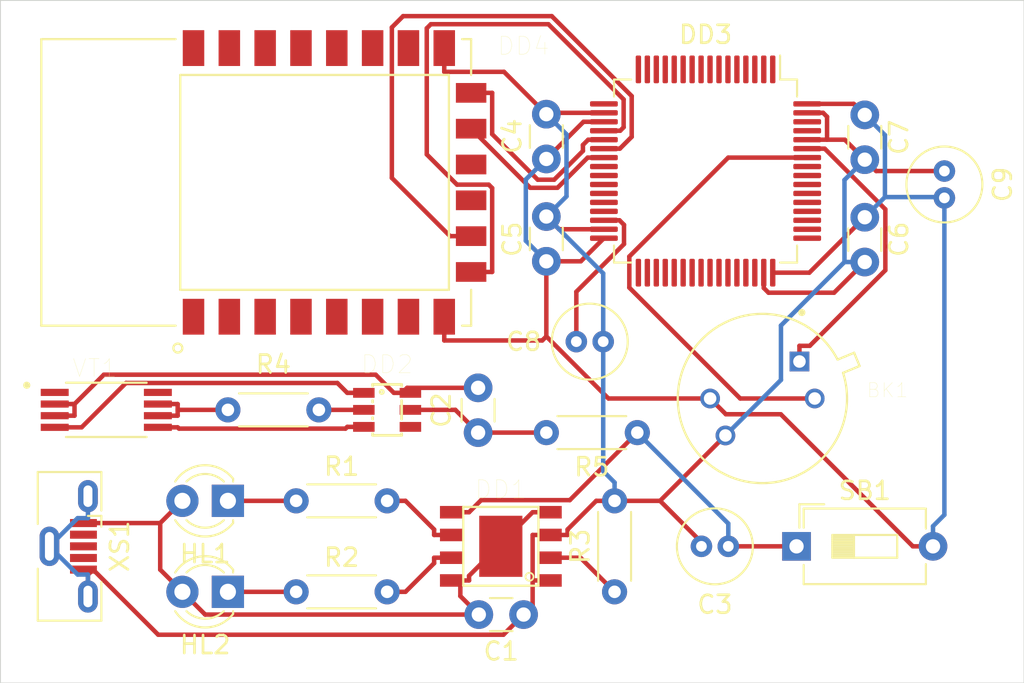
<source format=kicad_pcb>
(kicad_pcb (version 20171130) (host pcbnew 5.1.5)

  (general
    (thickness 1.6)
    (drawings 5)
    (tracks 200)
    (zones 0)
    (modules 24)
    (nets 93)
  )

  (page A3)
  (layers
    (0 F.Cu signal)
    (31 B.Cu signal)
    (33 F.Adhes user)
    (35 F.Paste user)
    (37 F.SilkS user)
    (38 B.Mask user)
    (39 F.Mask user)
    (40 Dwgs.User user)
    (41 Cmts.User user)
    (42 Eco1.User user)
    (43 Eco2.User user)
    (44 Edge.Cuts user)
    (45 Margin user)
    (46 B.CrtYd user)
    (47 F.CrtYd user)
    (49 F.Fab user hide)
  )

  (setup
    (last_trace_width 0.25)
    (trace_clearance 0.2)
    (zone_clearance 0.508)
    (zone_45_only no)
    (trace_min 0.2)
    (via_size 0.8)
    (via_drill 0.4)
    (via_min_size 0.4)
    (via_min_drill 0.3)
    (uvia_size 0.3)
    (uvia_drill 0.1)
    (uvias_allowed no)
    (uvia_min_size 0.2)
    (uvia_min_drill 0.1)
    (edge_width 0.05)
    (segment_width 0.2)
    (pcb_text_width 0.3)
    (pcb_text_size 1.5 1.5)
    (mod_edge_width 0.12)
    (mod_text_size 1 1)
    (mod_text_width 0.15)
    (pad_size 1.524 1.524)
    (pad_drill 0.762)
    (pad_to_mask_clearance 0.051)
    (solder_mask_min_width 0.25)
    (aux_axis_origin 77.47 113.03)
    (visible_elements FFFFFF7F)
    (pcbplotparams
      (layerselection 0x010fc_ffffffff)
      (usegerberextensions false)
      (usegerberattributes false)
      (usegerberadvancedattributes false)
      (creategerberjobfile false)
      (excludeedgelayer true)
      (linewidth 0.100000)
      (plotframeref false)
      (viasonmask false)
      (mode 1)
      (useauxorigin false)
      (hpglpennumber 1)
      (hpglpenspeed 20)
      (hpglpendiameter 15.000000)
      (psnegative false)
      (psa4output false)
      (plotreference true)
      (plotvalue true)
      (plotinvisibletext false)
      (padsonsilk false)
      (subtractmaskfromsilk false)
      (outputformat 1)
      (mirror false)
      (drillshape 1)
      (scaleselection 1)
      (outputdirectory ""))
  )

  (net 0 "")
  (net 1 "Net-(BK1-Pad2)")
  (net 2 GND)
  (net 3 "Net-(BK1-Pad1)")
  (net 4 "Net-(BK1-Pad4)")
  (net 5 "Net-(C1-Pad2)")
  (net 6 "Net-(C2-Pad1)")
  (net 7 "Net-(C2-Pad2)")
  (net 8 "Net-(C3-Pad1)")
  (net 9 "Net-(C8-Pad2)")
  (net 10 "Net-(DD1-Pad2)")
  (net 11 "Net-(DD1-Pad6)")
  (net 12 "Net-(DD1-Pad7)")
  (net 13 "Net-(DD2-Pad4)")
  (net 14 "Net-(DD2-Pad3)")
  (net 15 "Net-(DD2-Pad2)")
  (net 16 "Net-(DD2-Pad1)")
  (net 17 "Net-(DD3-Pad1)")
  (net 18 "Net-(DD3-Pad2)")
  (net 19 "Net-(DD3-Pad3)")
  (net 20 "Net-(DD3-Pad4)")
  (net 21 "Net-(DD3-Pad5)")
  (net 22 "Net-(DD3-Pad6)")
  (net 23 "Net-(DD3-Pad7)")
  (net 24 "Net-(DD3-Pad8)")
  (net 25 "Net-(DD3-Pad9)")
  (net 26 "Net-(DD3-Pad10)")
  (net 27 "Net-(DD3-Pad11)")
  (net 28 "Net-(DD3-Pad12)")
  (net 29 "Net-(DD3-Pad13)")
  (net 30 "Net-(DD3-Pad14)")
  (net 31 "Net-(DD3-Pad15)")
  (net 32 "Net-(DD3-Pad16)")
  (net 33 "Net-(DD3-Pad17)")
  (net 34 "Net-(DD3-Pad20)")
  (net 35 "Net-(DD3-Pad21)")
  (net 36 "Net-(DD3-Pad22)")
  (net 37 "Net-(DD3-Pad23)")
  (net 38 "Net-(DD3-Pad24)")
  (net 39 "Net-(DD3-Pad25)")
  (net 40 "Net-(DD3-Pad26)")
  (net 41 "Net-(DD3-Pad27)")
  (net 42 "Net-(DD3-Pad28)")
  (net 43 "Net-(DD3-Pad29)")
  (net 44 "Net-(DD3-Pad33)")
  (net 45 "Net-(DD3-Pad34)")
  (net 46 "Net-(DD3-Pad35)")
  (net 47 "Net-(DD3-Pad36)")
  (net 48 "Net-(DD3-Pad37)")
  (net 49 "Net-(DD3-Pad38)")
  (net 50 "Net-(DD3-Pad39)")
  (net 51 "Net-(DD3-Pad40)")
  (net 52 "Net-(DD3-Pad41)")
  (net 53 "Net-(DD3-Pad42)")
  (net 54 "Net-(DD3-Pad43)")
  (net 55 "Net-(DD3-Pad44)")
  (net 56 "Net-(DD3-Pad45)")
  (net 57 "Net-(DD3-Pad46)")
  (net 58 "Net-(DD3-Pad49)")
  (net 59 "Net-(DD3-Pad50)")
  (net 60 "Net-(DD3-Pad51)")
  (net 61 "Net-(DD3-Pad52)")
  (net 62 "Net-(DD3-Pad53)")
  (net 63 "Net-(DD3-Pad54)")
  (net 64 "Net-(DD3-Pad55)")
  (net 65 "Net-(DD3-Pad56)")
  (net 66 "Net-(DD3-Pad57)")
  (net 67 "Net-(DD3-Pad61)")
  (net 68 "Net-(DD3-Pad62)")
  (net 69 "Net-(DD4-Pad12)")
  (net 70 "Net-(DD4-Pad11)")
  (net 71 "Net-(DD4-Pad22)")
  (net 72 "Net-(DD4-Pad21)")
  (net 73 "Net-(DD4-Pad20)")
  (net 74 "Net-(DD4-Pad19)")
  (net 75 "Net-(DD4-Pad18)")
  (net 76 "Net-(DD4-Pad17)")
  (net 77 "Net-(DD4-Pad16)")
  (net 78 "Net-(DD4-Pad7)")
  (net 79 "Net-(DD4-Pad6)")
  (net 80 "Net-(DD4-Pad5)")
  (net 81 "Net-(DD4-Pad4)")
  (net 82 "Net-(DD4-Pad3)")
  (net 83 "Net-(DD4-Pad2)")
  (net 84 "Net-(DD4-Pad1)")
  (net 85 "Net-(HL1-Pad1)")
  (net 86 "Net-(HL2-Pad1)")
  (net 87 "Net-(R4-Pad2)")
  (net 88 "Net-(VT1-Pad8)")
  (net 89 "Net-(VT1-Pad1)")
  (net 90 "Net-(XS1-Pad3)")
  (net 91 "Net-(XS1-Pad4)")
  (net 92 "Net-(XS1-Pad2)")

  (net_class Default "This is the default net class."
    (clearance 0.2)
    (trace_width 0.25)
    (via_dia 0.8)
    (via_drill 0.4)
    (uvia_dia 0.3)
    (uvia_drill 0.1)
    (add_net GND)
    (add_net "Net-(BK1-Pad1)")
    (add_net "Net-(BK1-Pad2)")
    (add_net "Net-(BK1-Pad4)")
    (add_net "Net-(C1-Pad2)")
    (add_net "Net-(C2-Pad1)")
    (add_net "Net-(C2-Pad2)")
    (add_net "Net-(C3-Pad1)")
    (add_net "Net-(C8-Pad2)")
    (add_net "Net-(DD1-Pad2)")
    (add_net "Net-(DD1-Pad6)")
    (add_net "Net-(DD1-Pad7)")
    (add_net "Net-(DD2-Pad1)")
    (add_net "Net-(DD2-Pad2)")
    (add_net "Net-(DD2-Pad3)")
    (add_net "Net-(DD2-Pad4)")
    (add_net "Net-(DD3-Pad1)")
    (add_net "Net-(DD3-Pad10)")
    (add_net "Net-(DD3-Pad11)")
    (add_net "Net-(DD3-Pad12)")
    (add_net "Net-(DD3-Pad13)")
    (add_net "Net-(DD3-Pad14)")
    (add_net "Net-(DD3-Pad15)")
    (add_net "Net-(DD3-Pad16)")
    (add_net "Net-(DD3-Pad17)")
    (add_net "Net-(DD3-Pad2)")
    (add_net "Net-(DD3-Pad20)")
    (add_net "Net-(DD3-Pad21)")
    (add_net "Net-(DD3-Pad22)")
    (add_net "Net-(DD3-Pad23)")
    (add_net "Net-(DD3-Pad24)")
    (add_net "Net-(DD3-Pad25)")
    (add_net "Net-(DD3-Pad26)")
    (add_net "Net-(DD3-Pad27)")
    (add_net "Net-(DD3-Pad28)")
    (add_net "Net-(DD3-Pad29)")
    (add_net "Net-(DD3-Pad3)")
    (add_net "Net-(DD3-Pad33)")
    (add_net "Net-(DD3-Pad34)")
    (add_net "Net-(DD3-Pad35)")
    (add_net "Net-(DD3-Pad36)")
    (add_net "Net-(DD3-Pad37)")
    (add_net "Net-(DD3-Pad38)")
    (add_net "Net-(DD3-Pad39)")
    (add_net "Net-(DD3-Pad4)")
    (add_net "Net-(DD3-Pad40)")
    (add_net "Net-(DD3-Pad41)")
    (add_net "Net-(DD3-Pad42)")
    (add_net "Net-(DD3-Pad43)")
    (add_net "Net-(DD3-Pad44)")
    (add_net "Net-(DD3-Pad45)")
    (add_net "Net-(DD3-Pad46)")
    (add_net "Net-(DD3-Pad49)")
    (add_net "Net-(DD3-Pad5)")
    (add_net "Net-(DD3-Pad50)")
    (add_net "Net-(DD3-Pad51)")
    (add_net "Net-(DD3-Pad52)")
    (add_net "Net-(DD3-Pad53)")
    (add_net "Net-(DD3-Pad54)")
    (add_net "Net-(DD3-Pad55)")
    (add_net "Net-(DD3-Pad56)")
    (add_net "Net-(DD3-Pad57)")
    (add_net "Net-(DD3-Pad6)")
    (add_net "Net-(DD3-Pad61)")
    (add_net "Net-(DD3-Pad62)")
    (add_net "Net-(DD3-Pad7)")
    (add_net "Net-(DD3-Pad8)")
    (add_net "Net-(DD3-Pad9)")
    (add_net "Net-(DD4-Pad1)")
    (add_net "Net-(DD4-Pad11)")
    (add_net "Net-(DD4-Pad12)")
    (add_net "Net-(DD4-Pad16)")
    (add_net "Net-(DD4-Pad17)")
    (add_net "Net-(DD4-Pad18)")
    (add_net "Net-(DD4-Pad19)")
    (add_net "Net-(DD4-Pad2)")
    (add_net "Net-(DD4-Pad20)")
    (add_net "Net-(DD4-Pad21)")
    (add_net "Net-(DD4-Pad22)")
    (add_net "Net-(DD4-Pad3)")
    (add_net "Net-(DD4-Pad4)")
    (add_net "Net-(DD4-Pad5)")
    (add_net "Net-(DD4-Pad6)")
    (add_net "Net-(DD4-Pad7)")
    (add_net "Net-(HL1-Pad1)")
    (add_net "Net-(HL2-Pad1)")
    (add_net "Net-(R4-Pad2)")
    (add_net "Net-(VT1-Pad1)")
    (add_net "Net-(VT1-Pad8)")
    (add_net "Net-(XS1-Pad2)")
    (add_net "Net-(XS1-Pad3)")
    (add_net "Net-(XS1-Pad4)")
  )

  (module thermal_imager:TO292P945H1165-4 (layer F.Cu) (tedit 5EC24BB5) (tstamp 5EC36357)
    (at 117.475 151.765 270)
    (path /5EC250A0)
    (fp_text reference BK1 (at -0.46 -6.985 180) (layer F.SilkS)
      (effects (font (size 0.8 0.8) (thickness 0.015)))
    )
    (fp_text value MLX90640-BAB (at 5.128 6.008 90) (layer F.Fab)
      (effects (font (size 0.8 0.8) (thickness 0.015)))
    )
    (fp_arc (start 0.000101 0.000417) (end -1.4319 -4.5027) (angle 350.283) (layer F.SilkS) (width 0.127))
    (fp_line (start -2.554 -5.1201) (end -1.8145 -5.4264) (layer F.SilkS) (width 0.127))
    (fp_line (start -1.4319 -4.5027) (end -1.8145 -5.4264) (layer F.SilkS) (width 0.127))
    (fp_line (start -2.554 -5.1201) (end -2.1714 -4.1964) (layer F.SilkS) (width 0.127))
    (fp_circle (center -4.8 -2.2) (end -4.7 -2.2) (layer F.SilkS) (width 0.2))
    (fp_circle (center -4.8 -2.2) (end -4.7 -2.2) (layer F.Fab) (width 0.2))
    (fp_arc (start 0.000285 0.000081) (end -1.2868 -4.8057) (angle 344.981) (layer F.CrtYd) (width 0.05))
    (fp_line (start -1.6792 -5.7531) (end -1.2868 -4.8057) (layer F.CrtYd) (width 0.05))
    (fp_line (start -2.8807 -5.2554) (end -1.6792 -5.7531) (layer F.CrtYd) (width 0.05))
    (fp_line (start -2.4882 -4.308) (end -2.8807 -5.2554) (layer F.CrtYd) (width 0.05))
    (fp_arc (start 0.000101 0.000417) (end -1.4319 -4.5027) (angle 350.283) (layer F.Fab) (width 0.127))
    (fp_line (start -2.554 -5.1201) (end -1.8145 -5.4264) (layer F.Fab) (width 0.127))
    (fp_line (start -1.4319 -4.5027) (end -1.8145 -5.4264) (layer F.Fab) (width 0.127))
    (fp_line (start -2.554 -5.1201) (end -2.1714 -4.1964) (layer F.Fab) (width 0.127))
    (pad 2 thru_hole circle (at 0 2.92 270) (size 1.1 1.1) (drill 0.7) (layers *.Cu *.Mask)
      (net 1 "Net-(BK1-Pad2)"))
    (pad 3 thru_hole circle (at 2.06475 2.06475 270) (size 1.1 1.1) (drill 0.7) (layers *.Cu *.Mask)
      (net 2 GND))
    (pad 1 thru_hole rect (at -2.06475 -2.06745 270) (size 1.1 1.1) (drill 0.7) (layers *.Cu *.Mask)
      (net 3 "Net-(BK1-Pad1)"))
    (pad 4 thru_hole circle (at 0 -2.92 270) (size 1.1 1.1) (drill 0.7) (layers *.Cu *.Mask)
      (net 4 "Net-(BK1-Pad4)"))
    (model "/home/arthur/Desktop/thermal-imager-project/Графические материалы/MLX90640ESF-BAB-000-TU--3DModel-STEP-56544.STEP"
      (at (xyz 0 0 0))
      (scale (xyz 1 1 1))
      (rotate (xyz -90 0 45))
    )
  )

  (module Capacitor_THT:C_Disc_D3.0mm_W1.6mm_P2.50mm (layer F.Cu) (tedit 5AE50EF0) (tstamp 5EC3A8D7)
    (at 104.14 163.83 180)
    (descr "C, Disc series, Radial, pin pitch=2.50mm, , diameter*width=3.0*1.6mm^2, Capacitor, http://www.vishay.com/docs/45233/krseries.pdf")
    (tags "C Disc series Radial pin pitch 2.50mm  diameter 3.0mm width 1.6mm Capacitor")
    (path /5ED03AA2)
    (fp_text reference C1 (at 1.25 -2.05) (layer F.SilkS)
      (effects (font (size 1 1) (thickness 0.15)))
    )
    (fp_text value 0,1uF (at 1.25 2.05) (layer F.Fab) hide
      (effects (font (size 1 1) (thickness 0.15)))
    )
    (fp_line (start -0.25 -0.8) (end -0.25 0.8) (layer F.Fab) (width 0.1))
    (fp_line (start -0.25 0.8) (end 2.75 0.8) (layer F.Fab) (width 0.1))
    (fp_line (start 2.75 0.8) (end 2.75 -0.8) (layer F.Fab) (width 0.1))
    (fp_line (start 2.75 -0.8) (end -0.25 -0.8) (layer F.Fab) (width 0.1))
    (fp_line (start 0.621 -0.92) (end 1.879 -0.92) (layer F.SilkS) (width 0.12))
    (fp_line (start 0.621 0.92) (end 1.879 0.92) (layer F.SilkS) (width 0.12))
    (fp_line (start -1.05 -1.05) (end -1.05 1.05) (layer F.CrtYd) (width 0.05))
    (fp_line (start -1.05 1.05) (end 3.55 1.05) (layer F.CrtYd) (width 0.05))
    (fp_line (start 3.55 1.05) (end 3.55 -1.05) (layer F.CrtYd) (width 0.05))
    (fp_line (start 3.55 -1.05) (end -1.05 -1.05) (layer F.CrtYd) (width 0.05))
    (fp_text user %R (at 1.25 0) (layer F.Fab)
      (effects (font (size 0.6 0.6) (thickness 0.09)))
    )
    (pad 1 thru_hole circle (at 0 0 180) (size 1.6 1.6) (drill 0.8) (layers *.Cu *.Mask)
      (net 2 GND))
    (pad 2 thru_hole circle (at 2.5 0 180) (size 1.6 1.6) (drill 0.8) (layers *.Cu *.Mask)
      (net 5 "Net-(C1-Pad2)"))
    (model ${KISYS3DMOD}/Capacitor_THT.3dshapes/C_Disc_D3.0mm_W1.6mm_P2.50mm.wrl
      (at (xyz 0 0 0))
      (scale (xyz 1 1 1))
      (rotate (xyz 0 0 0))
    )
  )

  (module Capacitor_THT:C_Disc_D3.0mm_W1.6mm_P2.50mm (layer F.Cu) (tedit 5AE50EF0) (tstamp 5EC39FD9)
    (at 101.6 153.67 90)
    (descr "C, Disc series, Radial, pin pitch=2.50mm, , diameter*width=3.0*1.6mm^2, Capacitor, http://www.vishay.com/docs/45233/krseries.pdf")
    (tags "C Disc series Radial pin pitch 2.50mm  diameter 3.0mm width 1.6mm Capacitor")
    (path /5ED5BDD0)
    (fp_text reference C2 (at 1.25 -2.05 270) (layer F.SilkS)
      (effects (font (size 1 1) (thickness 0.15)))
    )
    (fp_text value 0.1uF (at 1.25 2.05 90) (layer F.Fab)
      (effects (font (size 1 1) (thickness 0.15)))
    )
    (fp_text user %R (at 1.25 0 90) (layer F.Fab)
      (effects (font (size 0.6 0.6) (thickness 0.09)))
    )
    (fp_line (start 3.55 -1.05) (end -1.05 -1.05) (layer F.CrtYd) (width 0.05))
    (fp_line (start 3.55 1.05) (end 3.55 -1.05) (layer F.CrtYd) (width 0.05))
    (fp_line (start -1.05 1.05) (end 3.55 1.05) (layer F.CrtYd) (width 0.05))
    (fp_line (start -1.05 -1.05) (end -1.05 1.05) (layer F.CrtYd) (width 0.05))
    (fp_line (start 0.621 0.92) (end 1.879 0.92) (layer F.SilkS) (width 0.12))
    (fp_line (start 0.621 -0.92) (end 1.879 -0.92) (layer F.SilkS) (width 0.12))
    (fp_line (start 2.75 -0.8) (end -0.25 -0.8) (layer F.Fab) (width 0.1))
    (fp_line (start 2.75 0.8) (end 2.75 -0.8) (layer F.Fab) (width 0.1))
    (fp_line (start -0.25 0.8) (end 2.75 0.8) (layer F.Fab) (width 0.1))
    (fp_line (start -0.25 -0.8) (end -0.25 0.8) (layer F.Fab) (width 0.1))
    (pad 2 thru_hole circle (at 2.5 0 90) (size 1.6 1.6) (drill 0.8) (layers *.Cu *.Mask)
      (net 7 "Net-(C2-Pad2)"))
    (pad 1 thru_hole circle (at 0 0 90) (size 1.6 1.6) (drill 0.8) (layers *.Cu *.Mask)
      (net 6 "Net-(C2-Pad1)"))
    (model ${KISYS3DMOD}/Capacitor_THT.3dshapes/C_Disc_D3.0mm_W1.6mm_P2.50mm.wrl
      (at (xyz 0 0 0))
      (scale (xyz 1 1 1))
      (rotate (xyz 0 0 0))
    )
  )

  (module Capacitor_THT:C_Radial_D4.0mm_H5.0mm_P1.50mm (layer F.Cu) (tedit 5BC5C9B9) (tstamp 5EC3A056)
    (at 115.57 160.02 180)
    (descr "C, Radial series, Radial, pin pitch=1.50mm, diameter=4mm, height=5mm, Non-Polar Electrolytic Capacitor")
    (tags "C Radial series Radial pin pitch 1.50mm diameter 4mm height 5mm Non-Polar Electrolytic Capacitor")
    (path /5F4C1296)
    (fp_text reference C3 (at 0.75 -3.25) (layer F.SilkS)
      (effects (font (size 1 1) (thickness 0.15)))
    )
    (fp_text value 10uF (at 0.75 3.25) (layer F.Fab)
      (effects (font (size 1 1) (thickness 0.15)))
    )
    (fp_text user %R (at 0.75 0) (layer F.Fab)
      (effects (font (size 0.8 0.8) (thickness 0.12)))
    )
    (fp_circle (center 0.75 0) (end 3 0) (layer F.CrtYd) (width 0.05))
    (fp_circle (center 0.75 0) (end 2.87 0) (layer F.SilkS) (width 0.12))
    (fp_circle (center 0.75 0) (end 2.75 0) (layer F.Fab) (width 0.1))
    (pad 2 thru_hole circle (at 1.5 0 180) (size 1.2 1.2) (drill 0.6) (layers *.Cu *.Mask)
      (net 2 GND))
    (pad 1 thru_hole circle (at 0 0 180) (size 1.2 1.2) (drill 0.6) (layers *.Cu *.Mask)
      (net 8 "Net-(C3-Pad1)"))
    (model ${KISYS3DMOD}/Capacitor_THT.3dshapes/C_Radial_D4.0mm_H5.0mm_P1.50mm.wrl
      (at (xyz 0 0 0))
      (scale (xyz 1 1 1))
      (rotate (xyz 0 0 0))
    )
  )

  (module Capacitor_THT:C_Disc_D3.0mm_W1.6mm_P2.50mm (layer F.Cu) (tedit 5AE50EF0) (tstamp 5EC3B941)
    (at 105.41 135.89 270)
    (descr "C, Disc series, Radial, pin pitch=2.50mm, , diameter*width=3.0*1.6mm^2, Capacitor, http://www.vishay.com/docs/45233/krseries.pdf")
    (tags "C Disc series Radial pin pitch 2.50mm  diameter 3.0mm width 1.6mm Capacitor")
    (path /5F9E7EC7)
    (fp_text reference C4 (at 1.23 1.905 90) (layer F.SilkS)
      (effects (font (size 1 1) (thickness 0.15)))
    )
    (fp_text value 100nF (at 1.25 2.05 90) (layer F.Fab)
      (effects (font (size 1 1) (thickness 0.15)))
    )
    (fp_line (start -0.25 -0.8) (end -0.25 0.8) (layer F.Fab) (width 0.1))
    (fp_line (start -0.25 0.8) (end 2.75 0.8) (layer F.Fab) (width 0.1))
    (fp_line (start 2.75 0.8) (end 2.75 -0.8) (layer F.Fab) (width 0.1))
    (fp_line (start 2.75 -0.8) (end -0.25 -0.8) (layer F.Fab) (width 0.1))
    (fp_line (start 0.621 -0.92) (end 1.879 -0.92) (layer F.SilkS) (width 0.12))
    (fp_line (start 0.621 0.92) (end 1.879 0.92) (layer F.SilkS) (width 0.12))
    (fp_line (start -1.05 -1.05) (end -1.05 1.05) (layer F.CrtYd) (width 0.05))
    (fp_line (start -1.05 1.05) (end 3.55 1.05) (layer F.CrtYd) (width 0.05))
    (fp_line (start 3.55 1.05) (end 3.55 -1.05) (layer F.CrtYd) (width 0.05))
    (fp_line (start 3.55 -1.05) (end -1.05 -1.05) (layer F.CrtYd) (width 0.05))
    (fp_text user %R (at 1.25 0 90) (layer F.Fab)
      (effects (font (size 0.6 0.6) (thickness 0.09)))
    )
    (pad 1 thru_hole circle (at 0 0 270) (size 1.6 1.6) (drill 0.8) (layers *.Cu *.Mask)
      (net 2 GND))
    (pad 2 thru_hole circle (at 2.5 0 270) (size 1.6 1.6) (drill 0.8) (layers *.Cu *.Mask)
      (net 1 "Net-(BK1-Pad2)"))
    (model ${KISYS3DMOD}/Capacitor_THT.3dshapes/C_Disc_D3.0mm_W1.6mm_P2.50mm.wrl
      (at (xyz 0 0 0))
      (scale (xyz 1 1 1))
      (rotate (xyz 0 0 0))
    )
  )

  (module Capacitor_THT:C_Disc_D3.0mm_W1.6mm_P2.50mm (layer F.Cu) (tedit 5AE50EF0) (tstamp 5EC3B9A1)
    (at 105.41 141.605 270)
    (descr "C, Disc series, Radial, pin pitch=2.50mm, , diameter*width=3.0*1.6mm^2, Capacitor, http://www.vishay.com/docs/45233/krseries.pdf")
    (tags "C Disc series Radial pin pitch 2.50mm  diameter 3.0mm width 1.6mm Capacitor")
    (path /5F9F1844)
    (fp_text reference C5 (at 1.27 1.905 90) (layer F.SilkS)
      (effects (font (size 1 1) (thickness 0.15)))
    )
    (fp_text value 100nF (at 1.25 2.05 90) (layer F.Fab)
      (effects (font (size 1 1) (thickness 0.15)))
    )
    (fp_text user %R (at 1.25 0 90) (layer F.Fab)
      (effects (font (size 0.6 0.6) (thickness 0.09)))
    )
    (fp_line (start 3.55 -1.05) (end -1.05 -1.05) (layer F.CrtYd) (width 0.05))
    (fp_line (start 3.55 1.05) (end 3.55 -1.05) (layer F.CrtYd) (width 0.05))
    (fp_line (start -1.05 1.05) (end 3.55 1.05) (layer F.CrtYd) (width 0.05))
    (fp_line (start -1.05 -1.05) (end -1.05 1.05) (layer F.CrtYd) (width 0.05))
    (fp_line (start 0.621 0.92) (end 1.879 0.92) (layer F.SilkS) (width 0.12))
    (fp_line (start 0.621 -0.92) (end 1.879 -0.92) (layer F.SilkS) (width 0.12))
    (fp_line (start 2.75 -0.8) (end -0.25 -0.8) (layer F.Fab) (width 0.1))
    (fp_line (start 2.75 0.8) (end 2.75 -0.8) (layer F.Fab) (width 0.1))
    (fp_line (start -0.25 0.8) (end 2.75 0.8) (layer F.Fab) (width 0.1))
    (fp_line (start -0.25 -0.8) (end -0.25 0.8) (layer F.Fab) (width 0.1))
    (pad 2 thru_hole circle (at 2.5 0 270) (size 1.6 1.6) (drill 0.8) (layers *.Cu *.Mask)
      (net 1 "Net-(BK1-Pad2)"))
    (pad 1 thru_hole circle (at 0 0 270) (size 1.6 1.6) (drill 0.8) (layers *.Cu *.Mask)
      (net 2 GND))
    (model ${KISYS3DMOD}/Capacitor_THT.3dshapes/C_Disc_D3.0mm_W1.6mm_P2.50mm.wrl
      (at (xyz 0 0 0))
      (scale (xyz 1 1 1))
      (rotate (xyz 0 0 0))
    )
  )

  (module Capacitor_THT:C_Disc_D3.0mm_W1.6mm_P2.50mm (layer F.Cu) (tedit 5AE50EF0) (tstamp 5EC3B971)
    (at 123.19 144.145 90)
    (descr "C, Disc series, Radial, pin pitch=2.50mm, , diameter*width=3.0*1.6mm^2, Capacitor, http://www.vishay.com/docs/45233/krseries.pdf")
    (tags "C Disc series Radial pin pitch 2.50mm  diameter 3.0mm width 1.6mm Capacitor")
    (path /5F9F7232)
    (fp_text reference C6 (at 1.27 1.905 270) (layer F.SilkS)
      (effects (font (size 1 1) (thickness 0.15)))
    )
    (fp_text value 100nF (at 1.25 2.05 90) (layer F.Fab)
      (effects (font (size 1 1) (thickness 0.15)))
    )
    (fp_line (start -0.25 -0.8) (end -0.25 0.8) (layer F.Fab) (width 0.1))
    (fp_line (start -0.25 0.8) (end 2.75 0.8) (layer F.Fab) (width 0.1))
    (fp_line (start 2.75 0.8) (end 2.75 -0.8) (layer F.Fab) (width 0.1))
    (fp_line (start 2.75 -0.8) (end -0.25 -0.8) (layer F.Fab) (width 0.1))
    (fp_line (start 0.621 -0.92) (end 1.879 -0.92) (layer F.SilkS) (width 0.12))
    (fp_line (start 0.621 0.92) (end 1.879 0.92) (layer F.SilkS) (width 0.12))
    (fp_line (start -1.05 -1.05) (end -1.05 1.05) (layer F.CrtYd) (width 0.05))
    (fp_line (start -1.05 1.05) (end 3.55 1.05) (layer F.CrtYd) (width 0.05))
    (fp_line (start 3.55 1.05) (end 3.55 -1.05) (layer F.CrtYd) (width 0.05))
    (fp_line (start 3.55 -1.05) (end -1.05 -1.05) (layer F.CrtYd) (width 0.05))
    (fp_text user %R (at 1.25 0 90) (layer F.Fab)
      (effects (font (size 0.6 0.6) (thickness 0.09)))
    )
    (pad 1 thru_hole circle (at 0 0 90) (size 1.6 1.6) (drill 0.8) (layers *.Cu *.Mask)
      (net 2 GND))
    (pad 2 thru_hole circle (at 2.5 0 90) (size 1.6 1.6) (drill 0.8) (layers *.Cu *.Mask)
      (net 1 "Net-(BK1-Pad2)"))
    (model ${KISYS3DMOD}/Capacitor_THT.3dshapes/C_Disc_D3.0mm_W1.6mm_P2.50mm.wrl
      (at (xyz 0 0 0))
      (scale (xyz 1 1 1))
      (rotate (xyz 0 0 0))
    )
  )

  (module Capacitor_THT:C_Disc_D3.0mm_W1.6mm_P2.50mm (layer F.Cu) (tedit 5AE50EF0) (tstamp 5EC3B911)
    (at 123.19 138.43 90)
    (descr "C, Disc series, Radial, pin pitch=2.50mm, , diameter*width=3.0*1.6mm^2, Capacitor, http://www.vishay.com/docs/45233/krseries.pdf")
    (tags "C Disc series Radial pin pitch 2.50mm  diameter 3.0mm width 1.6mm Capacitor")
    (path /5F9F8CAD)
    (fp_text reference C7 (at 1.25 1.905 270) (layer F.SilkS)
      (effects (font (size 1 1) (thickness 0.15)))
    )
    (fp_text value 100nF (at 1.25 2.05 90) (layer F.Fab)
      (effects (font (size 1 1) (thickness 0.15)))
    )
    (fp_text user %R (at 1.25 0 90) (layer F.Fab)
      (effects (font (size 0.6 0.6) (thickness 0.09)))
    )
    (fp_line (start 3.55 -1.05) (end -1.05 -1.05) (layer F.CrtYd) (width 0.05))
    (fp_line (start 3.55 1.05) (end 3.55 -1.05) (layer F.CrtYd) (width 0.05))
    (fp_line (start -1.05 1.05) (end 3.55 1.05) (layer F.CrtYd) (width 0.05))
    (fp_line (start -1.05 -1.05) (end -1.05 1.05) (layer F.CrtYd) (width 0.05))
    (fp_line (start 0.621 0.92) (end 1.879 0.92) (layer F.SilkS) (width 0.12))
    (fp_line (start 0.621 -0.92) (end 1.879 -0.92) (layer F.SilkS) (width 0.12))
    (fp_line (start 2.75 -0.8) (end -0.25 -0.8) (layer F.Fab) (width 0.1))
    (fp_line (start 2.75 0.8) (end 2.75 -0.8) (layer F.Fab) (width 0.1))
    (fp_line (start -0.25 0.8) (end 2.75 0.8) (layer F.Fab) (width 0.1))
    (fp_line (start -0.25 -0.8) (end -0.25 0.8) (layer F.Fab) (width 0.1))
    (pad 2 thru_hole circle (at 2.5 0 90) (size 1.6 1.6) (drill 0.8) (layers *.Cu *.Mask)
      (net 1 "Net-(BK1-Pad2)"))
    (pad 1 thru_hole circle (at 0 0 90) (size 1.6 1.6) (drill 0.8) (layers *.Cu *.Mask)
      (net 2 GND))
    (model ${KISYS3DMOD}/Capacitor_THT.3dshapes/C_Disc_D3.0mm_W1.6mm_P2.50mm.wrl
      (at (xyz 0 0 0))
      (scale (xyz 1 1 1))
      (rotate (xyz 0 0 0))
    )
  )

  (module Capacitor_THT:C_Radial_D4.0mm_H5.0mm_P1.50mm (layer F.Cu) (tedit 5BC5C9B9) (tstamp 5EC3A5C2)
    (at 108.585 148.59 180)
    (descr "C, Radial series, Radial, pin pitch=1.50mm, diameter=4mm, height=5mm, Non-Polar Electrolytic Capacitor")
    (tags "C Radial series Radial pin pitch 1.50mm diameter 4mm height 5mm Non-Polar Electrolytic Capacitor")
    (path /5FA91A06)
    (fp_text reference C8 (at 4.445 0) (layer F.SilkS)
      (effects (font (size 1 1) (thickness 0.15)))
    )
    (fp_text value 2.2uF (at 0.75 3.25) (layer F.Fab)
      (effects (font (size 1 1) (thickness 0.15)))
    )
    (fp_circle (center 0.75 0) (end 2.75 0) (layer F.Fab) (width 0.1))
    (fp_circle (center 0.75 0) (end 2.87 0) (layer F.SilkS) (width 0.12))
    (fp_circle (center 0.75 0) (end 3 0) (layer F.CrtYd) (width 0.05))
    (fp_text user %R (at 0.75 0) (layer F.Fab)
      (effects (font (size 0.8 0.8) (thickness 0.12)))
    )
    (pad 1 thru_hole circle (at 0 0 180) (size 1.2 1.2) (drill 0.6) (layers *.Cu *.Mask)
      (net 2 GND))
    (pad 2 thru_hole circle (at 1.5 0 180) (size 1.2 1.2) (drill 0.6) (layers *.Cu *.Mask)
      (net 9 "Net-(C8-Pad2)"))
    (model ${KISYS3DMOD}/Capacitor_THT.3dshapes/C_Radial_D4.0mm_H5.0mm_P1.50mm.wrl
      (at (xyz 0 0 0))
      (scale (xyz 1 1 1))
      (rotate (xyz 0 0 0))
    )
  )

  (module Capacitor_THT:C_Radial_D4.0mm_H5.0mm_P1.50mm (layer F.Cu) (tedit 5BC5C9B9) (tstamp 5EC3B9CA)
    (at 127.635 139.065 270)
    (descr "C, Radial series, Radial, pin pitch=1.50mm, diameter=4mm, height=5mm, Non-Polar Electrolytic Capacitor")
    (tags "C Radial series Radial pin pitch 1.50mm diameter 4mm height 5mm Non-Polar Electrolytic Capacitor")
    (path /5FA78B8D)
    (fp_text reference C9 (at 0.75 -3.25 90) (layer F.SilkS)
      (effects (font (size 1 1) (thickness 0.15)))
    )
    (fp_text value 4.7uF (at 0.75 3.25 90) (layer F.Fab)
      (effects (font (size 1 1) (thickness 0.15)))
    )
    (fp_text user %R (at 0.75 0 90) (layer F.Fab)
      (effects (font (size 0.8 0.8) (thickness 0.12)))
    )
    (fp_circle (center 0.75 0) (end 3 0) (layer F.CrtYd) (width 0.05))
    (fp_circle (center 0.75 0) (end 2.87 0) (layer F.SilkS) (width 0.12))
    (fp_circle (center 0.75 0) (end 2.75 0) (layer F.Fab) (width 0.1))
    (pad 2 thru_hole circle (at 1.5 0 270) (size 1.2 1.2) (drill 0.6) (layers *.Cu *.Mask)
      (net 1 "Net-(BK1-Pad2)"))
    (pad 1 thru_hole circle (at 0 0 270) (size 1.2 1.2) (drill 0.6) (layers *.Cu *.Mask)
      (net 2 GND))
    (model ${KISYS3DMOD}/Capacitor_THT.3dshapes/C_Radial_D4.0mm_H5.0mm_P1.50mm.wrl
      (at (xyz 0 0 0))
      (scale (xyz 1 1 1))
      (rotate (xyz 0 0 0))
    )
  )

  (module thermal_imager:SOP-8 (layer F.Cu) (tedit 5EC24AB5) (tstamp 5EC3875D)
    (at 102.87 160.02 180)
    (path /5ED3D1E8)
    (fp_text reference DD1 (at 0 3.175) (layer F.SilkS)
      (effects (font (size 1.000283 1.000283) (thickness 0.015)))
    )
    (fp_text value TP4056 (at 0 -2.54) (layer F.Fab)
      (effects (font (size 0.787402 0.787402) (thickness 0.015)))
    )
    (fp_poly (pts (xy -1.20026 -1.7) (xy 1.2 -1.7) (xy 1.2 1.70037) (xy -1.20026 1.70037)) (layer F.Cu) (width 0.01))
    (fp_line (start -2.1 -2.2) (end -2.1 2.2) (layer F.SilkS) (width 0.127))
    (fp_line (start -2.1 2.2) (end 2.1 2.2) (layer F.SilkS) (width 0.127))
    (fp_line (start 2.1 2.2) (end 2.1 -2.2) (layer F.SilkS) (width 0.127))
    (fp_line (start 2.1 -2.2) (end -2.1 -2.2) (layer F.SilkS) (width 0.127))
    (fp_circle (center -1.6 -1.7) (end -1.376394 -1.7) (layer F.SilkS) (width 0.1))
    (pad 7 smd rect (at 2.75 -0.635 180) (size 1.3 0.7) (layers F.Cu F.Paste F.Mask)
      (net 12 "Net-(DD1-Pad7)"))
    (pad 8 smd rect (at 2.75 -1.905 180) (size 1.3 0.7) (layers F.Cu F.Paste F.Mask)
      (net 5 "Net-(C1-Pad2)"))
    (pad 6 smd rect (at 2.75 0.635 180) (size 1.3 0.7) (layers F.Cu F.Paste F.Mask)
      (net 11 "Net-(DD1-Pad6)"))
    (pad 5 smd rect (at 2.75 1.905 180) (size 1.3 0.7) (layers F.Cu F.Paste F.Mask)
      (net 8 "Net-(C3-Pad1)"))
    (pad 2 smd rect (at -2.75 -0.635 180) (size 1.3 0.7) (layers F.Cu F.Paste F.Mask)
      (net 10 "Net-(DD1-Pad2)"))
    (pad 1 smd rect (at -2.75 -1.905 180) (size 1.3 0.7) (layers F.Cu F.Paste F.Mask)
      (net 2 GND))
    (pad 3 smd rect (at -2.75 0.635 180) (size 1.3 0.7) (layers F.Cu F.Paste F.Mask)
      (net 2 GND))
    (pad 4 smd rect (at -2.75 1.905 180) (size 1.3 0.7) (layers F.Cu F.Paste F.Mask)
      (net 5 "Net-(C1-Pad2)"))
    (model "/home/arthur/Desktop/thermal-imager-project/Графические материалы/TP4056 --3DModel-STEP-86487.STEP"
      (at (xyz 0 0 0))
      (scale (xyz 1 1 1))
      (rotate (xyz -90 0 90))
    )
  )

  (module thermal_imager:SOT23-6 (layer F.Cu) (tedit 5EC24B6B) (tstamp 5EC39782)
    (at 96.52 152.4 270)
    (path /5ED72ABF)
    (fp_text reference DD2 (at -2.54 0 180) (layer F.SilkS)
      (effects (font (size 1 1) (thickness 0.015)))
    )
    (fp_text value DW01 (at 2.54 0 180) (layer F.Fab)
      (effects (font (size 1 1) (thickness 0.015)))
    )
    (fp_line (start 1.422 -0.81) (end 1.422 0.81) (layer F.SilkS) (width 0.1524))
    (fp_line (start 1.422 0.81) (end -1.422 0.81) (layer F.Fab) (width 0.1524))
    (fp_line (start -1.422 0.81) (end -1.422 -0.81) (layer F.SilkS) (width 0.1524))
    (fp_line (start -1.422 -0.81) (end 1.422 -0.81) (layer F.Fab) (width 0.1524))
    (fp_line (start -0.522 -0.81) (end 0.522 -0.81) (layer F.SilkS) (width 0.1524))
    (fp_line (start -0.428 0.81) (end -0.522 0.81) (layer F.SilkS) (width 0.1524))
    (fp_line (start 0.522 0.81) (end 0.428 0.81) (layer F.SilkS) (width 0.1524))
    (fp_line (start -1.328 0.81) (end -1.422 0.81) (layer F.SilkS) (width 0.1524))
    (fp_line (start 1.422 0.81) (end 1.328 0.81) (layer F.SilkS) (width 0.1524))
    (fp_line (start 1.328 -0.81) (end 1.422 -0.81) (layer F.SilkS) (width 0.1524))
    (fp_line (start -1.422 -0.81) (end -1.328 -0.81) (layer F.SilkS) (width 0.1524))
    (fp_circle (center -1 0.3) (end -0.9 0.3) (layer F.SilkS) (width 0.127))
    (fp_poly (pts (xy -1.2 0.85) (xy -0.7 0.85) (xy -0.7 1.5) (xy -1.2 1.5)) (layer F.Fab) (width 0.01))
    (fp_poly (pts (xy -0.25 0.85) (xy 0.25 0.85) (xy 0.25 1.5) (xy -0.25 1.5)) (layer F.Fab) (width 0.01))
    (fp_poly (pts (xy 0.7 0.85) (xy 1.2 0.85) (xy 1.2 1.5) (xy 0.7 1.5)) (layer F.Fab) (width 0.01))
    (fp_poly (pts (xy 0.7 -1.5) (xy 1.2 -1.5) (xy 1.2 -0.85) (xy 0.7 -0.85)) (layer F.Fab) (width 0.01))
    (fp_poly (pts (xy -1.2 -1.5) (xy -0.7 -1.5) (xy -0.7 -0.85) (xy -1.2 -0.85)) (layer F.Fab) (width 0.01))
    (fp_poly (pts (xy -0.3 -1.5) (xy 0.2 -1.5) (xy 0.2 -0.85) (xy -0.3 -0.85)) (layer F.Fab) (width 0.01))
    (pad 1 smd rect (at -0.95 1.3 270) (size 0.55 1.2) (layers F.Cu F.Paste F.Mask)
      (net 16 "Net-(DD2-Pad1)"))
    (pad 2 smd rect (at 0 1.3 270) (size 0.55 1.2) (layers F.Cu F.Paste F.Mask)
      (net 15 "Net-(DD2-Pad2)"))
    (pad 3 smd rect (at 0.95 1.3 270) (size 0.55 1.2) (layers F.Cu F.Paste F.Mask)
      (net 14 "Net-(DD2-Pad3)"))
    (pad 4 smd rect (at 0.95 -1.3 270) (size 0.55 1.2) (layers F.Cu F.Paste F.Mask)
      (net 13 "Net-(DD2-Pad4)"))
    (pad 6 smd rect (at -0.95 -1.3 270) (size 0.55 1.2) (layers F.Cu F.Paste F.Mask)
      (net 7 "Net-(C2-Pad2)"))
    (pad 5 smd rect (at 0 -1.3 270) (size 0.55 1.2) (layers F.Cu F.Paste F.Mask)
      (net 6 "Net-(C2-Pad1)"))
    (model "/home/arthur/Desktop/thermal-imager-project/Графические материалы/User Library-SOT-23-6.STEP"
      (offset (xyz -1 -1 0))
      (scale (xyz 1 1 1))
      (rotate (xyz 0 0 0))
    )
  )

  (module Package_QFP:LQFP-64_10x10mm_P0.5mm (layer F.Cu) (tedit 5D9F72AF) (tstamp 5EC3B82D)
    (at 114.3 139.065 270)
    (descr "LQFP, 64 Pin (https://www.analog.com/media/en/technical-documentation/data-sheets/ad7606_7606-6_7606-4.pdf), generated with kicad-footprint-generator ipc_gullwing_generator.py")
    (tags "LQFP QFP")
    (path /5EC21DF2)
    (attr smd)
    (fp_text reference DD3 (at -7.62 0 180) (layer F.SilkS)
      (effects (font (size 1 1) (thickness 0.15)))
    )
    (fp_text value STM32F401RETx (at -2.54 0 180) (layer F.Fab)
      (effects (font (size 1 1) (thickness 0.15)))
    )
    (fp_text user %R (at 0 0 180) (layer F.Fab)
      (effects (font (size 1 1) (thickness 0.15)))
    )
    (fp_line (start 6.7 4.15) (end 6.7 0) (layer F.CrtYd) (width 0.05))
    (fp_line (start 5.25 4.15) (end 6.7 4.15) (layer F.CrtYd) (width 0.05))
    (fp_line (start 5.25 5.25) (end 5.25 4.15) (layer F.CrtYd) (width 0.05))
    (fp_line (start 4.15 5.25) (end 5.25 5.25) (layer F.CrtYd) (width 0.05))
    (fp_line (start 4.15 6.7) (end 4.15 5.25) (layer F.CrtYd) (width 0.05))
    (fp_line (start 0 6.7) (end 4.15 6.7) (layer F.CrtYd) (width 0.05))
    (fp_line (start -6.7 4.15) (end -6.7 0) (layer F.CrtYd) (width 0.05))
    (fp_line (start -5.25 4.15) (end -6.7 4.15) (layer F.CrtYd) (width 0.05))
    (fp_line (start -5.25 5.25) (end -5.25 4.15) (layer F.CrtYd) (width 0.05))
    (fp_line (start -4.15 5.25) (end -5.25 5.25) (layer F.CrtYd) (width 0.05))
    (fp_line (start -4.15 6.7) (end -4.15 5.25) (layer F.CrtYd) (width 0.05))
    (fp_line (start 0 6.7) (end -4.15 6.7) (layer F.CrtYd) (width 0.05))
    (fp_line (start 6.7 -4.15) (end 6.7 0) (layer F.CrtYd) (width 0.05))
    (fp_line (start 5.25 -4.15) (end 6.7 -4.15) (layer F.CrtYd) (width 0.05))
    (fp_line (start 5.25 -5.25) (end 5.25 -4.15) (layer F.CrtYd) (width 0.05))
    (fp_line (start 4.15 -5.25) (end 5.25 -5.25) (layer F.CrtYd) (width 0.05))
    (fp_line (start 4.15 -6.7) (end 4.15 -5.25) (layer F.CrtYd) (width 0.05))
    (fp_line (start 0 -6.7) (end 4.15 -6.7) (layer F.CrtYd) (width 0.05))
    (fp_line (start -6.7 -4.15) (end -6.7 0) (layer F.CrtYd) (width 0.05))
    (fp_line (start -5.25 -4.15) (end -6.7 -4.15) (layer F.CrtYd) (width 0.05))
    (fp_line (start -5.25 -5.25) (end -5.25 -4.15) (layer F.CrtYd) (width 0.05))
    (fp_line (start -4.15 -5.25) (end -5.25 -5.25) (layer F.CrtYd) (width 0.05))
    (fp_line (start -4.15 -6.7) (end -4.15 -5.25) (layer F.CrtYd) (width 0.05))
    (fp_line (start 0 -6.7) (end -4.15 -6.7) (layer F.CrtYd) (width 0.05))
    (fp_line (start -5 -4) (end -4 -5) (layer F.Fab) (width 0.1))
    (fp_line (start -5 5) (end -5 -4) (layer F.Fab) (width 0.1))
    (fp_line (start 5 5) (end -5 5) (layer F.Fab) (width 0.1))
    (fp_line (start 5 -5) (end 5 5) (layer F.Fab) (width 0.1))
    (fp_line (start -4 -5) (end 5 -5) (layer F.Fab) (width 0.1))
    (fp_line (start -5.11 -4.16) (end -6.45 -4.16) (layer F.SilkS) (width 0.12))
    (fp_line (start -5.11 -5.11) (end -5.11 -4.16) (layer F.SilkS) (width 0.12))
    (fp_line (start -4.16 -5.11) (end -5.11 -5.11) (layer F.SilkS) (width 0.12))
    (fp_line (start 5.11 -5.11) (end 5.11 -4.16) (layer F.SilkS) (width 0.12))
    (fp_line (start 4.16 -5.11) (end 5.11 -5.11) (layer F.SilkS) (width 0.12))
    (fp_line (start -5.11 5.11) (end -5.11 4.16) (layer F.SilkS) (width 0.12))
    (fp_line (start -4.16 5.11) (end -5.11 5.11) (layer F.SilkS) (width 0.12))
    (fp_line (start 5.11 5.11) (end 5.11 4.16) (layer F.SilkS) (width 0.12))
    (fp_line (start 4.16 5.11) (end 5.11 5.11) (layer F.SilkS) (width 0.12))
    (pad 64 smd roundrect (at -3.75 -5.675 270) (size 0.3 1.55) (layers F.Cu F.Paste F.Mask) (roundrect_rratio 0.25)
      (net 1 "Net-(BK1-Pad2)"))
    (pad 63 smd roundrect (at -3.25 -5.675 270) (size 0.3 1.55) (layers F.Cu F.Paste F.Mask) (roundrect_rratio 0.25)
      (net 2 GND))
    (pad 62 smd roundrect (at -2.75 -5.675 270) (size 0.3 1.55) (layers F.Cu F.Paste F.Mask) (roundrect_rratio 0.25)
      (net 68 "Net-(DD3-Pad62)"))
    (pad 61 smd roundrect (at -2.25 -5.675 270) (size 0.3 1.55) (layers F.Cu F.Paste F.Mask) (roundrect_rratio 0.25)
      (net 67 "Net-(DD3-Pad61)"))
    (pad 60 smd roundrect (at -1.75 -5.675 270) (size 0.3 1.55) (layers F.Cu F.Paste F.Mask) (roundrect_rratio 0.25)
      (net 2 GND))
    (pad 59 smd roundrect (at -1.25 -5.675 270) (size 0.3 1.55) (layers F.Cu F.Paste F.Mask) (roundrect_rratio 0.25)
      (net 3 "Net-(BK1-Pad1)"))
    (pad 58 smd roundrect (at -0.75 -5.675 270) (size 0.3 1.55) (layers F.Cu F.Paste F.Mask) (roundrect_rratio 0.25)
      (net 4 "Net-(BK1-Pad4)"))
    (pad 57 smd roundrect (at -0.25 -5.675 270) (size 0.3 1.55) (layers F.Cu F.Paste F.Mask) (roundrect_rratio 0.25)
      (net 66 "Net-(DD3-Pad57)"))
    (pad 56 smd roundrect (at 0.25 -5.675 270) (size 0.3 1.55) (layers F.Cu F.Paste F.Mask) (roundrect_rratio 0.25)
      (net 65 "Net-(DD3-Pad56)"))
    (pad 55 smd roundrect (at 0.75 -5.675 270) (size 0.3 1.55) (layers F.Cu F.Paste F.Mask) (roundrect_rratio 0.25)
      (net 64 "Net-(DD3-Pad55)"))
    (pad 54 smd roundrect (at 1.25 -5.675 270) (size 0.3 1.55) (layers F.Cu F.Paste F.Mask) (roundrect_rratio 0.25)
      (net 63 "Net-(DD3-Pad54)"))
    (pad 53 smd roundrect (at 1.75 -5.675 270) (size 0.3 1.55) (layers F.Cu F.Paste F.Mask) (roundrect_rratio 0.25)
      (net 62 "Net-(DD3-Pad53)"))
    (pad 52 smd roundrect (at 2.25 -5.675 270) (size 0.3 1.55) (layers F.Cu F.Paste F.Mask) (roundrect_rratio 0.25)
      (net 61 "Net-(DD3-Pad52)"))
    (pad 51 smd roundrect (at 2.75 -5.675 270) (size 0.3 1.55) (layers F.Cu F.Paste F.Mask) (roundrect_rratio 0.25)
      (net 60 "Net-(DD3-Pad51)"))
    (pad 50 smd roundrect (at 3.25 -5.675 270) (size 0.3 1.55) (layers F.Cu F.Paste F.Mask) (roundrect_rratio 0.25)
      (net 59 "Net-(DD3-Pad50)"))
    (pad 49 smd roundrect (at 3.75 -5.675 270) (size 0.3 1.55) (layers F.Cu F.Paste F.Mask) (roundrect_rratio 0.25)
      (net 58 "Net-(DD3-Pad49)"))
    (pad 48 smd roundrect (at 5.675 -3.75 270) (size 1.55 0.3) (layers F.Cu F.Paste F.Mask) (roundrect_rratio 0.25)
      (net 1 "Net-(BK1-Pad2)"))
    (pad 47 smd roundrect (at 5.675 -3.25 270) (size 1.55 0.3) (layers F.Cu F.Paste F.Mask) (roundrect_rratio 0.25)
      (net 2 GND))
    (pad 46 smd roundrect (at 5.675 -2.75 270) (size 1.55 0.3) (layers F.Cu F.Paste F.Mask) (roundrect_rratio 0.25)
      (net 57 "Net-(DD3-Pad46)"))
    (pad 45 smd roundrect (at 5.675 -2.25 270) (size 1.55 0.3) (layers F.Cu F.Paste F.Mask) (roundrect_rratio 0.25)
      (net 56 "Net-(DD3-Pad45)"))
    (pad 44 smd roundrect (at 5.675 -1.75 270) (size 1.55 0.3) (layers F.Cu F.Paste F.Mask) (roundrect_rratio 0.25)
      (net 55 "Net-(DD3-Pad44)"))
    (pad 43 smd roundrect (at 5.675 -1.25 270) (size 1.55 0.3) (layers F.Cu F.Paste F.Mask) (roundrect_rratio 0.25)
      (net 54 "Net-(DD3-Pad43)"))
    (pad 42 smd roundrect (at 5.675 -0.75 270) (size 1.55 0.3) (layers F.Cu F.Paste F.Mask) (roundrect_rratio 0.25)
      (net 53 "Net-(DD3-Pad42)"))
    (pad 41 smd roundrect (at 5.675 -0.25 270) (size 1.55 0.3) (layers F.Cu F.Paste F.Mask) (roundrect_rratio 0.25)
      (net 52 "Net-(DD3-Pad41)"))
    (pad 40 smd roundrect (at 5.675 0.25 270) (size 1.55 0.3) (layers F.Cu F.Paste F.Mask) (roundrect_rratio 0.25)
      (net 51 "Net-(DD3-Pad40)"))
    (pad 39 smd roundrect (at 5.675 0.75 270) (size 1.55 0.3) (layers F.Cu F.Paste F.Mask) (roundrect_rratio 0.25)
      (net 50 "Net-(DD3-Pad39)"))
    (pad 38 smd roundrect (at 5.675 1.25 270) (size 1.55 0.3) (layers F.Cu F.Paste F.Mask) (roundrect_rratio 0.25)
      (net 49 "Net-(DD3-Pad38)"))
    (pad 37 smd roundrect (at 5.675 1.75 270) (size 1.55 0.3) (layers F.Cu F.Paste F.Mask) (roundrect_rratio 0.25)
      (net 48 "Net-(DD3-Pad37)"))
    (pad 36 smd roundrect (at 5.675 2.25 270) (size 1.55 0.3) (layers F.Cu F.Paste F.Mask) (roundrect_rratio 0.25)
      (net 47 "Net-(DD3-Pad36)"))
    (pad 35 smd roundrect (at 5.675 2.75 270) (size 1.55 0.3) (layers F.Cu F.Paste F.Mask) (roundrect_rratio 0.25)
      (net 46 "Net-(DD3-Pad35)"))
    (pad 34 smd roundrect (at 5.675 3.25 270) (size 1.55 0.3) (layers F.Cu F.Paste F.Mask) (roundrect_rratio 0.25)
      (net 45 "Net-(DD3-Pad34)"))
    (pad 33 smd roundrect (at 5.675 3.75 270) (size 1.55 0.3) (layers F.Cu F.Paste F.Mask) (roundrect_rratio 0.25)
      (net 44 "Net-(DD3-Pad33)"))
    (pad 32 smd roundrect (at 3.75 5.675 270) (size 0.3 1.55) (layers F.Cu F.Paste F.Mask) (roundrect_rratio 0.25)
      (net 1 "Net-(BK1-Pad2)"))
    (pad 31 smd roundrect (at 3.25 5.675 270) (size 0.3 1.55) (layers F.Cu F.Paste F.Mask) (roundrect_rratio 0.25)
      (net 2 GND))
    (pad 30 smd roundrect (at 2.75 5.675 270) (size 0.3 1.55) (layers F.Cu F.Paste F.Mask) (roundrect_rratio 0.25)
      (net 9 "Net-(C8-Pad2)"))
    (pad 29 smd roundrect (at 2.25 5.675 270) (size 0.3 1.55) (layers F.Cu F.Paste F.Mask) (roundrect_rratio 0.25)
      (net 43 "Net-(DD3-Pad29)"))
    (pad 28 smd roundrect (at 1.75 5.675 270) (size 0.3 1.55) (layers F.Cu F.Paste F.Mask) (roundrect_rratio 0.25)
      (net 42 "Net-(DD3-Pad28)"))
    (pad 27 smd roundrect (at 1.25 5.675 270) (size 0.3 1.55) (layers F.Cu F.Paste F.Mask) (roundrect_rratio 0.25)
      (net 41 "Net-(DD3-Pad27)"))
    (pad 26 smd roundrect (at 0.75 5.675 270) (size 0.3 1.55) (layers F.Cu F.Paste F.Mask) (roundrect_rratio 0.25)
      (net 40 "Net-(DD3-Pad26)"))
    (pad 25 smd roundrect (at 0.25 5.675 270) (size 0.3 1.55) (layers F.Cu F.Paste F.Mask) (roundrect_rratio 0.25)
      (net 39 "Net-(DD3-Pad25)"))
    (pad 24 smd roundrect (at -0.25 5.675 270) (size 0.3 1.55) (layers F.Cu F.Paste F.Mask) (roundrect_rratio 0.25)
      (net 38 "Net-(DD3-Pad24)"))
    (pad 23 smd roundrect (at -0.75 5.675 270) (size 0.3 1.55) (layers F.Cu F.Paste F.Mask) (roundrect_rratio 0.25)
      (net 37 "Net-(DD3-Pad23)"))
    (pad 22 smd roundrect (at -1.25 5.675 270) (size 0.3 1.55) (layers F.Cu F.Paste F.Mask) (roundrect_rratio 0.25)
      (net 36 "Net-(DD3-Pad22)"))
    (pad 21 smd roundrect (at -1.75 5.675 270) (size 0.3 1.55) (layers F.Cu F.Paste F.Mask) (roundrect_rratio 0.25)
      (net 35 "Net-(DD3-Pad21)"))
    (pad 20 smd roundrect (at -2.25 5.675 270) (size 0.3 1.55) (layers F.Cu F.Paste F.Mask) (roundrect_rratio 0.25)
      (net 34 "Net-(DD3-Pad20)"))
    (pad 19 smd roundrect (at -2.75 5.675 270) (size 0.3 1.55) (layers F.Cu F.Paste F.Mask) (roundrect_rratio 0.25)
      (net 1 "Net-(BK1-Pad2)"))
    (pad 18 smd roundrect (at -3.25 5.675 270) (size 0.3 1.55) (layers F.Cu F.Paste F.Mask) (roundrect_rratio 0.25)
      (net 2 GND))
    (pad 17 smd roundrect (at -3.75 5.675 270) (size 0.3 1.55) (layers F.Cu F.Paste F.Mask) (roundrect_rratio 0.25)
      (net 33 "Net-(DD3-Pad17)"))
    (pad 16 smd roundrect (at -5.675 3.75 270) (size 1.55 0.3) (layers F.Cu F.Paste F.Mask) (roundrect_rratio 0.25)
      (net 32 "Net-(DD3-Pad16)"))
    (pad 15 smd roundrect (at -5.675 3.25 270) (size 1.55 0.3) (layers F.Cu F.Paste F.Mask) (roundrect_rratio 0.25)
      (net 31 "Net-(DD3-Pad15)"))
    (pad 14 smd roundrect (at -5.675 2.75 270) (size 1.55 0.3) (layers F.Cu F.Paste F.Mask) (roundrect_rratio 0.25)
      (net 30 "Net-(DD3-Pad14)"))
    (pad 13 smd roundrect (at -5.675 2.25 270) (size 1.55 0.3) (layers F.Cu F.Paste F.Mask) (roundrect_rratio 0.25)
      (net 29 "Net-(DD3-Pad13)"))
    (pad 12 smd roundrect (at -5.675 1.75 270) (size 1.55 0.3) (layers F.Cu F.Paste F.Mask) (roundrect_rratio 0.25)
      (net 28 "Net-(DD3-Pad12)"))
    (pad 11 smd roundrect (at -5.675 1.25 270) (size 1.55 0.3) (layers F.Cu F.Paste F.Mask) (roundrect_rratio 0.25)
      (net 27 "Net-(DD3-Pad11)"))
    (pad 10 smd roundrect (at -5.675 0.75 270) (size 1.55 0.3) (layers F.Cu F.Paste F.Mask) (roundrect_rratio 0.25)
      (net 26 "Net-(DD3-Pad10)"))
    (pad 9 smd roundrect (at -5.675 0.25 270) (size 1.55 0.3) (layers F.Cu F.Paste F.Mask) (roundrect_rratio 0.25)
      (net 25 "Net-(DD3-Pad9)"))
    (pad 8 smd roundrect (at -5.675 -0.25 270) (size 1.55 0.3) (layers F.Cu F.Paste F.Mask) (roundrect_rratio 0.25)
      (net 24 "Net-(DD3-Pad8)"))
    (pad 7 smd roundrect (at -5.675 -0.75 270) (size 1.55 0.3) (layers F.Cu F.Paste F.Mask) (roundrect_rratio 0.25)
      (net 23 "Net-(DD3-Pad7)"))
    (pad 6 smd roundrect (at -5.675 -1.25 270) (size 1.55 0.3) (layers F.Cu F.Paste F.Mask) (roundrect_rratio 0.25)
      (net 22 "Net-(DD3-Pad6)"))
    (pad 5 smd roundrect (at -5.675 -1.75 270) (size 1.55 0.3) (layers F.Cu F.Paste F.Mask) (roundrect_rratio 0.25)
      (net 21 "Net-(DD3-Pad5)"))
    (pad 4 smd roundrect (at -5.675 -2.25 270) (size 1.55 0.3) (layers F.Cu F.Paste F.Mask) (roundrect_rratio 0.25)
      (net 20 "Net-(DD3-Pad4)"))
    (pad 3 smd roundrect (at -5.675 -2.75 270) (size 1.55 0.3) (layers F.Cu F.Paste F.Mask) (roundrect_rratio 0.25)
      (net 19 "Net-(DD3-Pad3)"))
    (pad 2 smd roundrect (at -5.675 -3.25 270) (size 1.55 0.3) (layers F.Cu F.Paste F.Mask) (roundrect_rratio 0.25)
      (net 18 "Net-(DD3-Pad2)"))
    (pad 1 smd roundrect (at -5.675 -3.75 270) (size 1.55 0.3) (layers F.Cu F.Paste F.Mask) (roundrect_rratio 0.25)
      (net 17 "Net-(DD3-Pad1)"))
    (model ${KISYS3DMOD}/Package_QFP.3dshapes/LQFP-64_10x10mm_P0.5mm.wrl
      (at (xyz 0 0 0))
      (scale (xyz 1 1 1))
      (rotate (xyz 0 0 0))
    )
  )

  (module thermal_imager:ESP-12E (layer F.Cu) (tedit 5EC24A04) (tstamp 5EC364A4)
    (at 92.71 139.7 90)
    (path /5EC25F78)
    (fp_text reference DD4 (at 7.62 11.43 180) (layer F.SilkS)
      (effects (font (size 1.000772 1.000772) (thickness 0.015)))
    )
    (fp_text value ESP8266-12E (at 0 10.37461 90) (layer F.Fab)
      (effects (font (size 1.000929 1.000929) (thickness 0.015)))
    )
    (fp_line (start -6 -7.74) (end 6 -7.74) (layer F.SilkS) (width 0.127))
    (fp_line (start 6 -7.74) (end 6 7.26) (layer F.SilkS) (width 0.127))
    (fp_line (start 6 7.26) (end -6 7.26) (layer F.SilkS) (width 0.127))
    (fp_line (start -6 7.26) (end -6 -7.74) (layer F.SilkS) (width 0.127))
    (fp_line (start -8 -15.5) (end 8 -15.5) (layer F.Fab) (width 0.127))
    (fp_line (start 8 -15.5) (end 8 8.5) (layer F.Fab) (width 0.127))
    (fp_line (start 8 8.5) (end -8 8.5) (layer F.Fab) (width 0.127))
    (fp_line (start -8 8.5) (end -8 -15.5) (layer F.Fab) (width 0.127))
    (fp_poly (pts (xy -8.00901 -15.5) (xy 8 -15.5) (xy 8 -8.50958) (xy -8.00901 -8.50958)) (layer Dwgs.User) (width 0.01))
    (fp_poly (pts (xy -8.00901 -15.5) (xy 8 -15.5) (xy 8 -8.50958) (xy -8.00901 -8.50958)) (layer Dwgs.User) (width 0.01))
    (fp_line (start -8 -8) (end -8 -15.5) (layer F.SilkS) (width 0.127))
    (fp_line (start -8 -15.5) (end 8 -15.5) (layer F.SilkS) (width 0.127))
    (fp_line (start 8 -15.5) (end 8 -8) (layer F.SilkS) (width 0.127))
    (fp_line (start -8 8) (end -8 8.5) (layer F.SilkS) (width 0.127))
    (fp_line (start -8 8.5) (end -6 8.5) (layer F.SilkS) (width 0.127))
    (fp_line (start 8 8) (end 8 8.5) (layer F.SilkS) (width 0.127))
    (fp_line (start 8 8.5) (end 6 8.5) (layer F.SilkS) (width 0.127))
    (fp_circle (center -9.25 -7.875) (end -9 -7.875) (layer F.SilkS) (width 0.127))
    (fp_line (start -8.75 9.625) (end 8.75 9.625) (layer F.CrtYd) (width 0.05))
    (fp_line (start 8.75 9.625) (end 8.75 -15.75) (layer F.CrtYd) (width 0.05))
    (fp_line (start 8.75 -15.75) (end -8.75 -15.75) (layer F.CrtYd) (width 0.05))
    (fp_line (start -8.75 -15.75) (end -8.75 9.625) (layer F.CrtYd) (width 0.05))
    (pad 1 smd rect (at -7.5 -7 90) (size 2 1.2) (layers F.Cu F.Paste F.Mask)
      (net 84 "Net-(DD4-Pad1)"))
    (pad 2 smd rect (at -7.5 -5 90) (size 2 1.2) (layers F.Cu F.Paste F.Mask)
      (net 83 "Net-(DD4-Pad2)"))
    (pad 3 smd rect (at -7.5 -3 90) (size 2 1.2) (layers F.Cu F.Paste F.Mask)
      (net 82 "Net-(DD4-Pad3)"))
    (pad 4 smd rect (at -7.5 -1 90) (size 2 1.2) (layers F.Cu F.Paste F.Mask)
      (net 81 "Net-(DD4-Pad4)"))
    (pad 5 smd rect (at -7.5 1 90) (size 2 1.2) (layers F.Cu F.Paste F.Mask)
      (net 80 "Net-(DD4-Pad5)"))
    (pad 6 smd rect (at -7.5 3 90) (size 2 1.2) (layers F.Cu F.Paste F.Mask)
      (net 79 "Net-(DD4-Pad6)"))
    (pad 7 smd rect (at -7.5 5 90) (size 2 1.2) (layers F.Cu F.Paste F.Mask)
      (net 78 "Net-(DD4-Pad7)"))
    (pad 8 smd rect (at -7.5 7 90) (size 2 1.2) (layers F.Cu F.Paste F.Mask)
      (net 1 "Net-(BK1-Pad2)"))
    (pad 15 smd rect (at 7.5 7 90) (size 2 1.2) (layers F.Cu F.Paste F.Mask)
      (net 2 GND))
    (pad 16 smd rect (at 7.5 5 90) (size 2 1.2) (layers F.Cu F.Paste F.Mask)
      (net 77 "Net-(DD4-Pad16)"))
    (pad 17 smd rect (at 7.5 3 90) (size 2 1.2) (layers F.Cu F.Paste F.Mask)
      (net 76 "Net-(DD4-Pad17)"))
    (pad 18 smd rect (at 7.5 1 90) (size 2 1.2) (layers F.Cu F.Paste F.Mask)
      (net 75 "Net-(DD4-Pad18)"))
    (pad 19 smd rect (at 7.5 -1 90) (size 2 1.2) (layers F.Cu F.Paste F.Mask)
      (net 74 "Net-(DD4-Pad19)"))
    (pad 20 smd rect (at 7.5 -3 90) (size 2 1.2) (layers F.Cu F.Paste F.Mask)
      (net 73 "Net-(DD4-Pad20)"))
    (pad 21 smd rect (at 7.5 -5 90) (size 2 1.2) (layers F.Cu F.Paste F.Mask)
      (net 72 "Net-(DD4-Pad21)"))
    (pad 22 smd rect (at 7.5 -7 90) (size 2 1.2) (layers F.Cu F.Paste F.Mask)
      (net 71 "Net-(DD4-Pad22)"))
    (pad 9 smd rect (at -5 8.5 90) (size 1.1 1.7) (layers F.Cu F.Paste F.Mask)
      (net 34 "Net-(DD3-Pad20)"))
    (pad 10 smd rect (at -3 8.5 90) (size 1.1 1.7) (layers F.Cu F.Paste F.Mask)
      (net 36 "Net-(DD3-Pad22)"))
    (pad 11 smd rect (at -1 8.5 90) (size 1.1 1.7) (layers F.Cu F.Paste F.Mask)
      (net 70 "Net-(DD4-Pad11)"))
    (pad 12 smd rect (at 1 8.5 90) (size 1.1 1.7) (layers F.Cu F.Paste F.Mask)
      (net 69 "Net-(DD4-Pad12)"))
    (pad 13 smd rect (at 3 8.5 90) (size 1.1 1.7) (layers F.Cu F.Paste F.Mask)
      (net 37 "Net-(DD3-Pad23)"))
    (pad 14 smd rect (at 5 8.5 90) (size 1.1 1.7) (layers F.Cu F.Paste F.Mask)
      (net 35 "Net-(DD3-Pad21)"))
    (model "/home/arthur/Desktop/thermal-imager-project/Графические материалы/ESP-12E--3DModel-STEP-56544.STEP"
      (offset (xyz 0 3.5 0))
      (scale (xyz 1 1 1))
      (rotate (xyz -90 0 0))
    )
  )

  (module LED_THT:LED_D3.0mm (layer F.Cu) (tedit 587A3A7B) (tstamp 5EC39080)
    (at 87.63 157.48 180)
    (descr "LED, diameter 3.0mm, 2 pins")
    (tags "LED diameter 3.0mm 2 pins")
    (path /5FB7675C)
    (fp_text reference HL1 (at 1.27 -2.96) (layer F.SilkS)
      (effects (font (size 1 1) (thickness 0.15)))
    )
    (fp_text value HL_LED (at 1.27 2.96) (layer F.Fab) hide
      (effects (font (size 1 1) (thickness 0.15)))
    )
    (fp_arc (start 1.27 0) (end -0.23 -1.16619) (angle 284.3) (layer F.Fab) (width 0.1))
    (fp_arc (start 1.27 0) (end -0.29 -1.235516) (angle 108.8) (layer F.SilkS) (width 0.12))
    (fp_arc (start 1.27 0) (end -0.29 1.235516) (angle -108.8) (layer F.SilkS) (width 0.12))
    (fp_arc (start 1.27 0) (end 0.229039 -1.08) (angle 87.9) (layer F.SilkS) (width 0.12))
    (fp_arc (start 1.27 0) (end 0.229039 1.08) (angle -87.9) (layer F.SilkS) (width 0.12))
    (fp_circle (center 1.27 0) (end 2.77 0) (layer F.Fab) (width 0.1))
    (fp_line (start -0.23 -1.16619) (end -0.23 1.16619) (layer F.Fab) (width 0.1))
    (fp_line (start -0.29 -1.236) (end -0.29 -1.08) (layer F.SilkS) (width 0.12))
    (fp_line (start -0.29 1.08) (end -0.29 1.236) (layer F.SilkS) (width 0.12))
    (fp_line (start -1.15 -2.25) (end -1.15 2.25) (layer F.CrtYd) (width 0.05))
    (fp_line (start -1.15 2.25) (end 3.7 2.25) (layer F.CrtYd) (width 0.05))
    (fp_line (start 3.7 2.25) (end 3.7 -2.25) (layer F.CrtYd) (width 0.05))
    (fp_line (start 3.7 -2.25) (end -1.15 -2.25) (layer F.CrtYd) (width 0.05))
    (pad 1 thru_hole rect (at 0 0 180) (size 1.8 1.8) (drill 0.9) (layers *.Cu *.Mask)
      (net 85 "Net-(HL1-Pad1)"))
    (pad 2 thru_hole circle (at 2.54 0 180) (size 1.8 1.8) (drill 0.9) (layers *.Cu *.Mask)
      (net 5 "Net-(C1-Pad2)"))
    (model ${KISYS3DMOD}/LED_THT.3dshapes/LED_D3.0mm.wrl
      (at (xyz 0 0 0))
      (scale (xyz 1 1 1))
      (rotate (xyz 0 0 0))
    )
  )

  (module LED_THT:LED_D3.0mm (layer F.Cu) (tedit 587A3A7B) (tstamp 5EC390DB)
    (at 87.63 162.56 180)
    (descr "LED, diameter 3.0mm, 2 pins")
    (tags "LED diameter 3.0mm 2 pins")
    (path /5FB92493)
    (fp_text reference HL2 (at 1.27 -2.96) (layer F.SilkS)
      (effects (font (size 1 1) (thickness 0.15)))
    )
    (fp_text value HL_LED (at 1.27 2.96) (layer F.Fab) hide
      (effects (font (size 1 1) (thickness 0.15)))
    )
    (fp_line (start 3.7 -2.25) (end -1.15 -2.25) (layer F.CrtYd) (width 0.05))
    (fp_line (start 3.7 2.25) (end 3.7 -2.25) (layer F.CrtYd) (width 0.05))
    (fp_line (start -1.15 2.25) (end 3.7 2.25) (layer F.CrtYd) (width 0.05))
    (fp_line (start -1.15 -2.25) (end -1.15 2.25) (layer F.CrtYd) (width 0.05))
    (fp_line (start -0.29 1.08) (end -0.29 1.236) (layer F.SilkS) (width 0.12))
    (fp_line (start -0.29 -1.236) (end -0.29 -1.08) (layer F.SilkS) (width 0.12))
    (fp_line (start -0.23 -1.16619) (end -0.23 1.16619) (layer F.Fab) (width 0.1))
    (fp_circle (center 1.27 0) (end 2.77 0) (layer F.Fab) (width 0.1))
    (fp_arc (start 1.27 0) (end 0.229039 1.08) (angle -87.9) (layer F.SilkS) (width 0.12))
    (fp_arc (start 1.27 0) (end 0.229039 -1.08) (angle 87.9) (layer F.SilkS) (width 0.12))
    (fp_arc (start 1.27 0) (end -0.29 1.235516) (angle -108.8) (layer F.SilkS) (width 0.12))
    (fp_arc (start 1.27 0) (end -0.29 -1.235516) (angle 108.8) (layer F.SilkS) (width 0.12))
    (fp_arc (start 1.27 0) (end -0.23 -1.16619) (angle 284.3) (layer F.Fab) (width 0.1))
    (pad 2 thru_hole circle (at 2.54 0 180) (size 1.8 1.8) (drill 0.9) (layers *.Cu *.Mask)
      (net 5 "Net-(C1-Pad2)"))
    (pad 1 thru_hole rect (at 0 0 180) (size 1.8 1.8) (drill 0.9) (layers *.Cu *.Mask)
      (net 86 "Net-(HL2-Pad1)"))
    (model ${KISYS3DMOD}/LED_THT.3dshapes/LED_D3.0mm.wrl
      (at (xyz 0 0 0))
      (scale (xyz 1 1 1))
      (rotate (xyz 0 0 0))
    )
  )

  (module Resistor_THT:R_Axial_DIN0204_L3.6mm_D1.6mm_P5.08mm_Horizontal (layer F.Cu) (tedit 5AE5139B) (tstamp 5EC3890A)
    (at 91.44 157.48)
    (descr "Resistor, Axial_DIN0204 series, Axial, Horizontal, pin pitch=5.08mm, 0.167W, length*diameter=3.6*1.6mm^2, http://cdn-reichelt.de/documents/datenblatt/B400/1_4W%23YAG.pdf")
    (tags "Resistor Axial_DIN0204 series Axial Horizontal pin pitch 5.08mm 0.167W length 3.6mm diameter 1.6mm")
    (path /5EC4EBCF)
    (fp_text reference R1 (at 2.54 -1.92) (layer F.SilkS)
      (effects (font (size 1 1) (thickness 0.15)))
    )
    (fp_text value 1k (at 2.54 1.92) (layer F.Fab)
      (effects (font (size 1 1) (thickness 0.15)))
    )
    (fp_line (start 0.74 -0.8) (end 0.74 0.8) (layer F.Fab) (width 0.1))
    (fp_line (start 0.74 0.8) (end 4.34 0.8) (layer F.Fab) (width 0.1))
    (fp_line (start 4.34 0.8) (end 4.34 -0.8) (layer F.Fab) (width 0.1))
    (fp_line (start 4.34 -0.8) (end 0.74 -0.8) (layer F.Fab) (width 0.1))
    (fp_line (start 0 0) (end 0.74 0) (layer F.Fab) (width 0.1))
    (fp_line (start 5.08 0) (end 4.34 0) (layer F.Fab) (width 0.1))
    (fp_line (start 0.62 -0.92) (end 4.46 -0.92) (layer F.SilkS) (width 0.12))
    (fp_line (start 0.62 0.92) (end 4.46 0.92) (layer F.SilkS) (width 0.12))
    (fp_line (start -0.95 -1.05) (end -0.95 1.05) (layer F.CrtYd) (width 0.05))
    (fp_line (start -0.95 1.05) (end 6.03 1.05) (layer F.CrtYd) (width 0.05))
    (fp_line (start 6.03 1.05) (end 6.03 -1.05) (layer F.CrtYd) (width 0.05))
    (fp_line (start 6.03 -1.05) (end -0.95 -1.05) (layer F.CrtYd) (width 0.05))
    (fp_text user %R (at 2.54 0) (layer F.Fab)
      (effects (font (size 0.72 0.72) (thickness 0.108)))
    )
    (pad 1 thru_hole circle (at 0 0) (size 1.4 1.4) (drill 0.7) (layers *.Cu *.Mask)
      (net 85 "Net-(HL1-Pad1)"))
    (pad 2 thru_hole oval (at 5.08 0) (size 1.4 1.4) (drill 0.7) (layers *.Cu *.Mask)
      (net 11 "Net-(DD1-Pad6)"))
    (model ${KISYS3DMOD}/Resistor_THT.3dshapes/R_Axial_DIN0204_L3.6mm_D1.6mm_P5.08mm_Horizontal.wrl
      (at (xyz 0 0 0))
      (scale (xyz 1 1 1))
      (rotate (xyz 0 0 0))
    )
  )

  (module Resistor_THT:R_Axial_DIN0204_L3.6mm_D1.6mm_P5.08mm_Horizontal (layer F.Cu) (tedit 5AE5139B) (tstamp 5EC389D1)
    (at 91.44 162.56)
    (descr "Resistor, Axial_DIN0204 series, Axial, Horizontal, pin pitch=5.08mm, 0.167W, length*diameter=3.6*1.6mm^2, http://cdn-reichelt.de/documents/datenblatt/B400/1_4W%23YAG.pdf")
    (tags "Resistor Axial_DIN0204 series Axial Horizontal pin pitch 5.08mm 0.167W length 3.6mm diameter 1.6mm")
    (path /5EC519D7)
    (fp_text reference R2 (at 2.54 -1.92) (layer F.SilkS)
      (effects (font (size 1 1) (thickness 0.15)))
    )
    (fp_text value 1k (at 2.54 1.92) (layer F.Fab)
      (effects (font (size 1 1) (thickness 0.15)))
    )
    (fp_text user %R (at 2.54 0) (layer F.Fab)
      (effects (font (size 0.72 0.72) (thickness 0.108)))
    )
    (fp_line (start 6.03 -1.05) (end -0.95 -1.05) (layer F.CrtYd) (width 0.05))
    (fp_line (start 6.03 1.05) (end 6.03 -1.05) (layer F.CrtYd) (width 0.05))
    (fp_line (start -0.95 1.05) (end 6.03 1.05) (layer F.CrtYd) (width 0.05))
    (fp_line (start -0.95 -1.05) (end -0.95 1.05) (layer F.CrtYd) (width 0.05))
    (fp_line (start 0.62 0.92) (end 4.46 0.92) (layer F.SilkS) (width 0.12))
    (fp_line (start 0.62 -0.92) (end 4.46 -0.92) (layer F.SilkS) (width 0.12))
    (fp_line (start 5.08 0) (end 4.34 0) (layer F.Fab) (width 0.1))
    (fp_line (start 0 0) (end 0.74 0) (layer F.Fab) (width 0.1))
    (fp_line (start 4.34 -0.8) (end 0.74 -0.8) (layer F.Fab) (width 0.1))
    (fp_line (start 4.34 0.8) (end 4.34 -0.8) (layer F.Fab) (width 0.1))
    (fp_line (start 0.74 0.8) (end 4.34 0.8) (layer F.Fab) (width 0.1))
    (fp_line (start 0.74 -0.8) (end 0.74 0.8) (layer F.Fab) (width 0.1))
    (pad 2 thru_hole oval (at 5.08 0) (size 1.4 1.4) (drill 0.7) (layers *.Cu *.Mask)
      (net 12 "Net-(DD1-Pad7)"))
    (pad 1 thru_hole circle (at 0 0) (size 1.4 1.4) (drill 0.7) (layers *.Cu *.Mask)
      (net 86 "Net-(HL2-Pad1)"))
    (model ${KISYS3DMOD}/Resistor_THT.3dshapes/R_Axial_DIN0204_L3.6mm_D1.6mm_P5.08mm_Horizontal.wrl
      (at (xyz 0 0 0))
      (scale (xyz 1 1 1))
      (rotate (xyz 0 0 0))
    )
  )

  (module Resistor_THT:R_Axial_DIN0204_L3.6mm_D1.6mm_P5.08mm_Horizontal (layer F.Cu) (tedit 5AE5139B) (tstamp 5EC38CF3)
    (at 109.22 162.56 90)
    (descr "Resistor, Axial_DIN0204 series, Axial, Horizontal, pin pitch=5.08mm, 0.167W, length*diameter=3.6*1.6mm^2, http://cdn-reichelt.de/documents/datenblatt/B400/1_4W%23YAG.pdf")
    (tags "Resistor Axial_DIN0204 series Axial Horizontal pin pitch 5.08mm 0.167W length 3.6mm diameter 1.6mm")
    (path /5ED530E9)
    (fp_text reference R3 (at 2.54 -1.92 90) (layer F.SilkS)
      (effects (font (size 1 1) (thickness 0.15)))
    )
    (fp_text value 10k (at 2.54 1.92 90) (layer F.Fab)
      (effects (font (size 1 1) (thickness 0.15)))
    )
    (fp_text user %R (at 2.54 0 90) (layer F.Fab)
      (effects (font (size 0.72 0.72) (thickness 0.108)))
    )
    (fp_line (start 6.03 -1.05) (end -0.95 -1.05) (layer F.CrtYd) (width 0.05))
    (fp_line (start 6.03 1.05) (end 6.03 -1.05) (layer F.CrtYd) (width 0.05))
    (fp_line (start -0.95 1.05) (end 6.03 1.05) (layer F.CrtYd) (width 0.05))
    (fp_line (start -0.95 -1.05) (end -0.95 1.05) (layer F.CrtYd) (width 0.05))
    (fp_line (start 0.62 0.92) (end 4.46 0.92) (layer F.SilkS) (width 0.12))
    (fp_line (start 0.62 -0.92) (end 4.46 -0.92) (layer F.SilkS) (width 0.12))
    (fp_line (start 5.08 0) (end 4.34 0) (layer F.Fab) (width 0.1))
    (fp_line (start 0 0) (end 0.74 0) (layer F.Fab) (width 0.1))
    (fp_line (start 4.34 -0.8) (end 0.74 -0.8) (layer F.Fab) (width 0.1))
    (fp_line (start 4.34 0.8) (end 4.34 -0.8) (layer F.Fab) (width 0.1))
    (fp_line (start 0.74 0.8) (end 4.34 0.8) (layer F.Fab) (width 0.1))
    (fp_line (start 0.74 -0.8) (end 0.74 0.8) (layer F.Fab) (width 0.1))
    (pad 2 thru_hole oval (at 5.08 0 90) (size 1.4 1.4) (drill 0.7) (layers *.Cu *.Mask)
      (net 2 GND))
    (pad 1 thru_hole circle (at 0 0 90) (size 1.4 1.4) (drill 0.7) (layers *.Cu *.Mask)
      (net 10 "Net-(DD1-Pad2)"))
    (model ${KISYS3DMOD}/Resistor_THT.3dshapes/R_Axial_DIN0204_L3.6mm_D1.6mm_P5.08mm_Horizontal.wrl
      (at (xyz 0 0 0))
      (scale (xyz 1 1 1))
      (rotate (xyz 0 0 0))
    )
  )

  (module Resistor_THT:R_Axial_DIN0204_L3.6mm_D1.6mm_P5.08mm_Horizontal (layer F.Cu) (tedit 5AE5139B) (tstamp 5EC39F43)
    (at 92.71 152.4 180)
    (descr "Resistor, Axial_DIN0204 series, Axial, Horizontal, pin pitch=5.08mm, 0.167W, length*diameter=3.6*1.6mm^2, http://cdn-reichelt.de/documents/datenblatt/B400/1_4W%23YAG.pdf")
    (tags "Resistor Axial_DIN0204 series Axial Horizontal pin pitch 5.08mm 0.167W length 3.6mm diameter 1.6mm")
    (path /5F2996A3)
    (fp_text reference R4 (at 2.54 2.54) (layer F.SilkS)
      (effects (font (size 1 1) (thickness 0.15)))
    )
    (fp_text value 1k (at 2.54 -2.54) (layer F.Fab)
      (effects (font (size 1 1) (thickness 0.15)))
    )
    (fp_line (start 0.74 -0.8) (end 0.74 0.8) (layer F.Fab) (width 0.1))
    (fp_line (start 0.74 0.8) (end 4.34 0.8) (layer F.Fab) (width 0.1))
    (fp_line (start 4.34 0.8) (end 4.34 -0.8) (layer F.Fab) (width 0.1))
    (fp_line (start 4.34 -0.8) (end 0.74 -0.8) (layer F.Fab) (width 0.1))
    (fp_line (start 0 0) (end 0.74 0) (layer F.Fab) (width 0.1))
    (fp_line (start 5.08 0) (end 4.34 0) (layer F.Fab) (width 0.1))
    (fp_line (start 0.62 -0.92) (end 4.46 -0.92) (layer F.SilkS) (width 0.12))
    (fp_line (start 0.62 0.92) (end 4.46 0.92) (layer F.SilkS) (width 0.12))
    (fp_line (start -0.95 -1.05) (end -0.95 1.05) (layer F.CrtYd) (width 0.05))
    (fp_line (start -0.95 1.05) (end 6.03 1.05) (layer F.CrtYd) (width 0.05))
    (fp_line (start 6.03 1.05) (end 6.03 -1.05) (layer F.CrtYd) (width 0.05))
    (fp_line (start 6.03 -1.05) (end -0.95 -1.05) (layer F.CrtYd) (width 0.05))
    (fp_text user %R (at 2.54 0) (layer F.Fab)
      (effects (font (size 0.72 0.72) (thickness 0.108)))
    )
    (pad 1 thru_hole circle (at 0 0 180) (size 1.4 1.4) (drill 0.7) (layers *.Cu *.Mask)
      (net 15 "Net-(DD2-Pad2)"))
    (pad 2 thru_hole oval (at 5.08 0 180) (size 1.4 1.4) (drill 0.7) (layers *.Cu *.Mask)
      (net 87 "Net-(R4-Pad2)"))
    (model ${KISYS3DMOD}/Resistor_THT.3dshapes/R_Axial_DIN0204_L3.6mm_D1.6mm_P5.08mm_Horizontal.wrl
      (at (xyz 0 0 0))
      (scale (xyz 1 1 1))
      (rotate (xyz 0 0 0))
    )
  )

  (module Resistor_THT:R_Axial_DIN0204_L3.6mm_D1.6mm_P5.08mm_Horizontal (layer F.Cu) (tedit 5AE5139B) (tstamp 5EC3BB77)
    (at 110.49 153.67 180)
    (descr "Resistor, Axial_DIN0204 series, Axial, Horizontal, pin pitch=5.08mm, 0.167W, length*diameter=3.6*1.6mm^2, http://cdn-reichelt.de/documents/datenblatt/B400/1_4W%23YAG.pdf")
    (tags "Resistor Axial_DIN0204 series Axial Horizontal pin pitch 5.08mm 0.167W length 3.6mm diameter 1.6mm")
    (path /5F48E77A)
    (fp_text reference R5 (at 2.54 -1.92) (layer F.SilkS)
      (effects (font (size 1 1) (thickness 0.15)))
    )
    (fp_text value 100 (at 2.54 1.92) (layer F.Fab)
      (effects (font (size 1 1) (thickness 0.15)))
    )
    (fp_text user %R (at 2.54 0) (layer F.Fab)
      (effects (font (size 0.72 0.72) (thickness 0.108)))
    )
    (fp_line (start 6.03 -1.05) (end -0.95 -1.05) (layer F.CrtYd) (width 0.05))
    (fp_line (start 6.03 1.05) (end 6.03 -1.05) (layer F.CrtYd) (width 0.05))
    (fp_line (start -0.95 1.05) (end 6.03 1.05) (layer F.CrtYd) (width 0.05))
    (fp_line (start -0.95 -1.05) (end -0.95 1.05) (layer F.CrtYd) (width 0.05))
    (fp_line (start 0.62 0.92) (end 4.46 0.92) (layer F.SilkS) (width 0.12))
    (fp_line (start 0.62 -0.92) (end 4.46 -0.92) (layer F.SilkS) (width 0.12))
    (fp_line (start 5.08 0) (end 4.34 0) (layer F.Fab) (width 0.1))
    (fp_line (start 0 0) (end 0.74 0) (layer F.Fab) (width 0.1))
    (fp_line (start 4.34 -0.8) (end 0.74 -0.8) (layer F.Fab) (width 0.1))
    (fp_line (start 4.34 0.8) (end 4.34 -0.8) (layer F.Fab) (width 0.1))
    (fp_line (start 0.74 0.8) (end 4.34 0.8) (layer F.Fab) (width 0.1))
    (fp_line (start 0.74 -0.8) (end 0.74 0.8) (layer F.Fab) (width 0.1))
    (pad 2 thru_hole oval (at 5.08 0 180) (size 1.4 1.4) (drill 0.7) (layers *.Cu *.Mask)
      (net 6 "Net-(C2-Pad1)"))
    (pad 1 thru_hole circle (at 0 0 180) (size 1.4 1.4) (drill 0.7) (layers *.Cu *.Mask)
      (net 8 "Net-(C3-Pad1)"))
    (model ${KISYS3DMOD}/Resistor_THT.3dshapes/R_Axial_DIN0204_L3.6mm_D1.6mm_P5.08mm_Horizontal.wrl
      (at (xyz 0 0 0))
      (scale (xyz 1 1 1))
      (rotate (xyz 0 0 0))
    )
  )

  (module Button_Switch_THT:SW_DIP_SPSTx01_Slide_6.7x4.1mm_W7.62mm_P2.54mm_LowProfile (layer F.Cu) (tedit 5A4E1404) (tstamp 5EC36562)
    (at 119.38 160.02)
    (descr "1x-dip-switch SPST , Slide, row spacing 7.62 mm (300 mils), body size 6.7x4.1mm (see e.g. https://www.ctscorp.com/wp-content/uploads/209-210.pdf), LowProfile")
    (tags "DIP Switch SPST Slide 7.62mm 300mil LowProfile")
    (path /5FACB5EF)
    (fp_text reference SB1 (at 3.81 -3.11) (layer F.SilkS)
      (effects (font (size 1 1) (thickness 0.15)))
    )
    (fp_text value SB_ON (at 3.81 3.11) (layer F.Fab)
      (effects (font (size 1 1) (thickness 0.15)))
    )
    (fp_text user on (at 4.485 -1.3425) (layer F.Fab)
      (effects (font (size 0.6 0.6) (thickness 0.09)))
    )
    (fp_text user %R (at 6.39 0 90) (layer F.Fab)
      (effects (font (size 0.6 0.6) (thickness 0.09)))
    )
    (fp_line (start 8.7 -2.4) (end -1.1 -2.4) (layer F.CrtYd) (width 0.05))
    (fp_line (start 8.7 2.4) (end 8.7 -2.4) (layer F.CrtYd) (width 0.05))
    (fp_line (start -1.1 2.4) (end 8.7 2.4) (layer F.CrtYd) (width 0.05))
    (fp_line (start -1.1 -2.4) (end -1.1 2.4) (layer F.CrtYd) (width 0.05))
    (fp_line (start 3.206667 -0.635) (end 3.206667 0.635) (layer F.SilkS) (width 0.12))
    (fp_line (start 2 0.565) (end 3.206667 0.565) (layer F.SilkS) (width 0.12))
    (fp_line (start 2 0.445) (end 3.206667 0.445) (layer F.SilkS) (width 0.12))
    (fp_line (start 2 0.325) (end 3.206667 0.325) (layer F.SilkS) (width 0.12))
    (fp_line (start 2 0.205) (end 3.206667 0.205) (layer F.SilkS) (width 0.12))
    (fp_line (start 2 0.085) (end 3.206667 0.085) (layer F.SilkS) (width 0.12))
    (fp_line (start 2 -0.035) (end 3.206667 -0.035) (layer F.SilkS) (width 0.12))
    (fp_line (start 2 -0.155) (end 3.206667 -0.155) (layer F.SilkS) (width 0.12))
    (fp_line (start 2 -0.275) (end 3.206667 -0.275) (layer F.SilkS) (width 0.12))
    (fp_line (start 2 -0.395) (end 3.206667 -0.395) (layer F.SilkS) (width 0.12))
    (fp_line (start 2 -0.515) (end 3.206667 -0.515) (layer F.SilkS) (width 0.12))
    (fp_line (start 5.62 -0.635) (end 2 -0.635) (layer F.SilkS) (width 0.12))
    (fp_line (start 5.62 0.635) (end 5.62 -0.635) (layer F.SilkS) (width 0.12))
    (fp_line (start 2 0.635) (end 5.62 0.635) (layer F.SilkS) (width 0.12))
    (fp_line (start 2 -0.635) (end 2 0.635) (layer F.SilkS) (width 0.12))
    (fp_line (start 0.16 -2.35) (end 0.16 -1.04) (layer F.SilkS) (width 0.12))
    (fp_line (start 0.16 -2.35) (end 1.543 -2.35) (layer F.SilkS) (width 0.12))
    (fp_line (start 7.221 0.99) (end 7.221 2.11) (layer F.SilkS) (width 0.12))
    (fp_line (start 7.221 -2.11) (end 7.221 -0.99) (layer F.SilkS) (width 0.12))
    (fp_line (start 0.4 1.04) (end 0.4 2.11) (layer F.SilkS) (width 0.12))
    (fp_line (start 0.4 -2.11) (end 0.4 -1.04) (layer F.SilkS) (width 0.12))
    (fp_line (start 0.4 2.11) (end 7.221 2.11) (layer F.SilkS) (width 0.12))
    (fp_line (start 0.4 -2.11) (end 7.221 -2.11) (layer F.SilkS) (width 0.12))
    (fp_line (start 3.206667 -0.635) (end 3.206667 0.635) (layer F.Fab) (width 0.1))
    (fp_line (start 2 0.565) (end 3.206667 0.565) (layer F.Fab) (width 0.1))
    (fp_line (start 2 0.465) (end 3.206667 0.465) (layer F.Fab) (width 0.1))
    (fp_line (start 2 0.365) (end 3.206667 0.365) (layer F.Fab) (width 0.1))
    (fp_line (start 2 0.265) (end 3.206667 0.265) (layer F.Fab) (width 0.1))
    (fp_line (start 2 0.165) (end 3.206667 0.165) (layer F.Fab) (width 0.1))
    (fp_line (start 2 0.065) (end 3.206667 0.065) (layer F.Fab) (width 0.1))
    (fp_line (start 2 -0.035) (end 3.206667 -0.035) (layer F.Fab) (width 0.1))
    (fp_line (start 2 -0.135) (end 3.206667 -0.135) (layer F.Fab) (width 0.1))
    (fp_line (start 2 -0.235) (end 3.206667 -0.235) (layer F.Fab) (width 0.1))
    (fp_line (start 2 -0.335) (end 3.206667 -0.335) (layer F.Fab) (width 0.1))
    (fp_line (start 2 -0.435) (end 3.206667 -0.435) (layer F.Fab) (width 0.1))
    (fp_line (start 2 -0.535) (end 3.206667 -0.535) (layer F.Fab) (width 0.1))
    (fp_line (start 5.62 -0.635) (end 2 -0.635) (layer F.Fab) (width 0.1))
    (fp_line (start 5.62 0.635) (end 5.62 -0.635) (layer F.Fab) (width 0.1))
    (fp_line (start 2 0.635) (end 5.62 0.635) (layer F.Fab) (width 0.1))
    (fp_line (start 2 -0.635) (end 2 0.635) (layer F.Fab) (width 0.1))
    (fp_line (start 0.46 -1.05) (end 1.46 -2.05) (layer F.Fab) (width 0.1))
    (fp_line (start 0.46 2.05) (end 0.46 -1.05) (layer F.Fab) (width 0.1))
    (fp_line (start 7.16 2.05) (end 0.46 2.05) (layer F.Fab) (width 0.1))
    (fp_line (start 7.16 -2.05) (end 7.16 2.05) (layer F.Fab) (width 0.1))
    (fp_line (start 1.46 -2.05) (end 7.16 -2.05) (layer F.Fab) (width 0.1))
    (pad 2 thru_hole oval (at 7.62 0) (size 1.6 1.6) (drill 0.8) (layers *.Cu *.Mask)
      (net 1 "Net-(BK1-Pad2)"))
    (pad 1 thru_hole rect (at 0 0) (size 1.6 1.6) (drill 0.8) (layers *.Cu *.Mask)
      (net 8 "Net-(C3-Pad1)"))
    (model ${KISYS3DMOD}/Button_Switch_THT.3dshapes/SW_DIP_SPSTx01_Slide_6.7x4.1mm_W7.62mm_P2.54mm_LowProfile.wrl
      (at (xyz 0 0 0))
      (scale (xyz 1 1 1))
      (rotate (xyz 0 0 90))
    )
  )

  (module thermal_imager:SOP65P640X120-8N (layer F.Cu) (tedit 5EC24B15) (tstamp 5EC36EBF)
    (at 80.84 152.4)
    (path /5ED74158)
    (fp_text reference VT1 (at -0.635 -2.327) (layer F.SilkS)
      (effects (font (size 1 1) (thickness 0.015)))
    )
    (fp_text value FS8205A (at 0.439999 2.54) (layer F.Fab)
      (effects (font (size 1 1) (thickness 0.015)))
    )
    (fp_circle (center -4.44 -1.375) (end -4.34 -1.375) (layer F.SilkS) (width 0.2))
    (fp_circle (center -4.44 -1.375) (end -4.34 -1.375) (layer F.Fab) (width 0.2))
    (fp_line (start -2.25 -1.515) (end 2.25 -1.515) (layer F.Fab) (width 0.127))
    (fp_line (start -2.25 1.515) (end 2.25 1.515) (layer F.Fab) (width 0.127))
    (fp_line (start -2.25 -1.515) (end 2.25 -1.515) (layer F.SilkS) (width 0.127))
    (fp_line (start -2.25 1.515) (end 2.25 1.515) (layer F.SilkS) (width 0.127))
    (fp_line (start -2.25 -1.515) (end -2.25 1.515) (layer F.Fab) (width 0.127))
    (fp_line (start 2.25 -1.515) (end 2.25 1.515) (layer F.Fab) (width 0.127))
    (fp_line (start -3.91 -1.765) (end 3.91 -1.765) (layer F.CrtYd) (width 0.05))
    (fp_line (start -3.91 1.765) (end 3.91 1.765) (layer F.CrtYd) (width 0.05))
    (fp_line (start -3.91 -1.765) (end -3.91 1.765) (layer F.CrtYd) (width 0.05))
    (fp_line (start 3.91 -1.765) (end 3.91 1.765) (layer F.CrtYd) (width 0.05))
    (pad 1 smd rect (at -2.88 -0.975) (size 1.56 0.4) (layers F.Cu F.Paste F.Mask)
      (net 89 "Net-(VT1-Pad1)"))
    (pad 2 smd rect (at -2.88 -0.325) (size 1.56 0.4) (layers F.Cu F.Paste F.Mask)
      (net 7 "Net-(C2-Pad2)"))
    (pad 3 smd rect (at -2.88 0.325) (size 1.56 0.4) (layers F.Cu F.Paste F.Mask)
      (net 7 "Net-(C2-Pad2)"))
    (pad 4 smd rect (at -2.88 0.975) (size 1.56 0.4) (layers F.Cu F.Paste F.Mask)
      (net 16 "Net-(DD2-Pad1)"))
    (pad 5 smd rect (at 2.88 0.975) (size 1.56 0.4) (layers F.Cu F.Paste F.Mask)
      (net 14 "Net-(DD2-Pad3)"))
    (pad 6 smd rect (at 2.88 0.325) (size 1.56 0.4) (layers F.Cu F.Paste F.Mask)
      (net 87 "Net-(R4-Pad2)"))
    (pad 7 smd rect (at 2.88 -0.325) (size 1.56 0.4) (layers F.Cu F.Paste F.Mask)
      (net 87 "Net-(R4-Pad2)"))
    (pad 8 smd rect (at 2.88 -0.975) (size 1.56 0.4) (layers F.Cu F.Paste F.Mask)
      (net 88 "Net-(VT1-Pad8)"))
    (model "/home/arthur/Desktop/thermal-imager-project/Графические материалы/FS8205A--3DModel-STEP-56544.STEP"
      (at (xyz 0 0 0))
      (scale (xyz 1 1 1))
      (rotate (xyz -90 0 90))
    )
  )

  (module Connector_USB:USB_Micro-B_Molex-105133-0001 (layer F.Cu) (tedit 5A142044) (tstamp 5EC382D7)
    (at 78.74 160.02 270)
    (descr "Molex Vertical Micro USB Typ-B (http://www.molex.com/pdm_docs/sd/1051330001_sd.pdf)")
    (tags "Micro-USB SMD Typ-B Vertical")
    (path /5F703186)
    (attr smd)
    (fp_text reference XS1 (at 0 -2.85 90) (layer F.SilkS)
      (effects (font (size 1 1) (thickness 0.15)))
    )
    (fp_text value microUSB (at 0 -3.81 90) (layer F.Fab)
      (effects (font (size 1 1) (thickness 0.15)))
    )
    (fp_line (start 4.5 2.13) (end 4.5 -2.13) (layer F.CrtYd) (width 0.05))
    (fp_line (start -4.5 2.13) (end 4.5 2.13) (layer F.CrtYd) (width 0.05))
    (fp_line (start -4.5 -2.13) (end 4.5 -2.13) (layer F.CrtYd) (width 0.05))
    (fp_line (start -4.5 2.13) (end -4.5 -2.13) (layer F.CrtYd) (width 0.05))
    (fp_line (start -1.075 -2.075) (end -1.075 -1.85) (layer F.Fab) (width 0.1))
    (fp_line (start -1.525 -1.85) (end -1.525 -2.075) (layer F.Fab) (width 0.1))
    (fp_line (start -1.3 -1.675) (end -1.075 -1.85) (layer F.Fab) (width 0.1))
    (fp_line (start -1.525 -2.075) (end -1.075 -2.075) (layer F.Fab) (width 0.1))
    (fp_line (start -1.3 -1.675) (end -1.525 -1.85) (layer F.Fab) (width 0.1))
    (fp_line (start 2 -1.825) (end 4.15 -1.825) (layer F.SilkS) (width 0.12))
    (fp_line (start 4.15 1.725) (end 1.25 1.725) (layer F.SilkS) (width 0.12))
    (fp_line (start -4.15 -1.825) (end -4.15 1.725) (layer F.SilkS) (width 0.12))
    (fp_line (start -4.15 1.725) (end -1.25 1.725) (layer F.SilkS) (width 0.12))
    (fp_line (start 4.15 -1.825) (end 4.15 1.725) (layer F.SilkS) (width 0.12))
    (fp_line (start -2 -1.825) (end -4.15 -1.825) (layer F.SilkS) (width 0.12))
    (fp_line (start -1.7 -1.825) (end -1.1 -1.825) (layer F.SilkS) (width 0.12))
    (fp_line (start -1.7 -1.075) (end -1.7 -1.825) (layer F.SilkS) (width 0.12))
    (fp_line (start 4 -1.435) (end -4 -1.435) (layer F.Fab) (width 0.1))
    (fp_line (start -4 1.565) (end 4 1.565) (layer F.Fab) (width 0.1))
    (fp_line (start 4 1.565) (end 4 -1.435) (layer F.Fab) (width 0.1))
    (fp_line (start -4 1.565) (end -4 -1.435) (layer F.Fab) (width 0.1))
    (fp_text user %R (at 0 -0.375 90) (layer F.Fab)
      (effects (font (size 1 1) (thickness 0.15)))
    )
    (pad 6 thru_hole oval (at 0 1.075 270) (size 2.2 1.1) (drill oval 1.6 0.5) (layers *.Cu *.Mask)
      (net 2 GND))
    (pad 6 thru_hole oval (at 2.8 -1.075 270) (size 1.8 1.1) (drill oval 1.2 0.5) (layers *.Cu *.Mask)
      (net 2 GND))
    (pad 6 thru_hole oval (at -2.8 -1.075 270) (size 1.8 1.1) (drill oval 1.2 0.5) (layers *.Cu *.Mask)
      (net 2 GND))
    (pad 1 smd rect (at -1.3 -0.825 270) (size 0.45 1.5) (layers F.Cu F.Paste F.Mask)
      (net 5 "Net-(C1-Pad2)"))
    (pad 5 smd rect (at 1.3 -0.825 270) (size 0.45 1.5) (layers F.Cu F.Paste F.Mask)
      (net 2 GND))
    (pad 2 smd rect (at -0.65 -0.825 270) (size 0.45 1.5) (layers F.Cu F.Paste F.Mask)
      (net 92 "Net-(XS1-Pad2)"))
    (pad 4 smd rect (at 0.65 -0.825 270) (size 0.45 1.5) (layers F.Cu F.Paste F.Mask)
      (net 91 "Net-(XS1-Pad4)"))
    (pad 3 smd rect (at 0 -0.825 270) (size 0.45 1.5) (layers F.Cu F.Paste F.Mask)
      (net 90 "Net-(XS1-Pad3)"))
    (model ${KISYS3DMOD}/Connector_USB.3dshapes/USB_Micro-B_Molex-105133-0001.wrl
      (at (xyz 0 0 0))
      (scale (xyz 1 1 1))
      (rotate (xyz 0 0 0))
    )
  )

  (gr_line (start 74.93 167.64) (end 74.93 166.37) (layer Edge.Cuts) (width 0.05) (tstamp 5EC3BD54))
  (gr_line (start 132.08 167.64) (end 74.93 167.64) (layer Edge.Cuts) (width 0.05))
  (gr_line (start 132.08 129.54) (end 132.08 167.64) (layer Edge.Cuts) (width 0.05))
  (gr_line (start 74.93 129.54) (end 132.08 129.54) (layer Edge.Cuts) (width 0.05))
  (gr_line (start 74.93 166.37) (end 74.93 129.54) (layer Edge.Cuts) (width 0.05))

  (segment (start 108.625 142.815) (end 107.335 144.105) (width 0.25) (layer F.Cu) (net 1))
  (segment (start 107.335 144.105) (end 105.41 144.105) (width 0.25) (layer F.Cu) (net 1))
  (segment (start 119.975 135.315) (end 122.575 135.315) (width 0.25) (layer F.Cu) (net 1))
  (segment (start 122.575 135.315) (end 123.19 135.93) (width 0.25) (layer F.Cu) (net 1))
  (segment (start 105.41 144.105) (end 104.2647 142.9597) (width 0.25) (layer B.Cu) (net 1))
  (segment (start 104.2647 142.9597) (end 104.2647 139.5353) (width 0.25) (layer B.Cu) (net 1))
  (segment (start 104.2647 139.5353) (end 105.41 138.39) (width 0.25) (layer B.Cu) (net 1))
  (segment (start 127 158.8947) (end 127.635 158.2597) (width 0.25) (layer B.Cu) (net 1))
  (segment (start 127.635 158.2597) (end 127.635 140.565) (width 0.25) (layer B.Cu) (net 1))
  (segment (start 127 160.02) (end 127 158.8947) (width 0.25) (layer B.Cu) (net 1))
  (segment (start 124.3155 140.5195) (end 127.5895 140.5195) (width 0.25) (layer B.Cu) (net 1))
  (segment (start 127.5895 140.5195) (end 127.635 140.565) (width 0.25) (layer B.Cu) (net 1))
  (segment (start 123.19 135.93) (end 124.3155 137.0555) (width 0.25) (layer B.Cu) (net 1))
  (segment (start 124.3155 137.0555) (end 124.3155 140.5195) (width 0.25) (layer B.Cu) (net 1))
  (segment (start 124.3155 140.5195) (end 123.19 141.645) (width 0.25) (layer B.Cu) (net 1))
  (segment (start 99.71 147.2) (end 99.71 148.5253) (width 0.25) (layer F.Cu) (net 1))
  (segment (start 99.71 148.5253) (end 105.1824 148.5253) (width 0.25) (layer F.Cu) (net 1))
  (segment (start 105.1824 148.5253) (end 105.41 148.2977) (width 0.25) (layer F.Cu) (net 1))
  (segment (start 114.555 151.765) (end 108.8773 151.765) (width 0.25) (layer F.Cu) (net 1))
  (segment (start 108.8773 151.765) (end 105.41 148.2977) (width 0.25) (layer F.Cu) (net 1))
  (segment (start 105.41 148.2977) (end 105.41 144.105) (width 0.25) (layer F.Cu) (net 1))
  (segment (start 125.8747 160.02) (end 118.4993 152.6446) (width 0.25) (layer F.Cu) (net 1))
  (segment (start 118.4993 152.6446) (end 115.4346 152.6446) (width 0.25) (layer F.Cu) (net 1))
  (segment (start 115.4346 152.6446) (end 114.555 151.765) (width 0.25) (layer F.Cu) (net 1))
  (segment (start 127 160.02) (end 125.8747 160.02) (width 0.25) (layer F.Cu) (net 1))
  (segment (start 108.625 136.315) (end 107.485 136.315) (width 0.25) (layer F.Cu) (net 1))
  (segment (start 107.485 136.315) (end 105.41 138.39) (width 0.25) (layer F.Cu) (net 1))
  (segment (start 123.19 141.645) (end 120.095 144.74) (width 0.25) (layer F.Cu) (net 1))
  (segment (start 120.095 144.74) (end 118.05 144.74) (width 0.25) (layer F.Cu) (net 1))
  (segment (start 79.815 158.4453) (end 79.2397 158.4453) (width 0.25) (layer B.Cu) (net 2))
  (segment (start 79.2397 158.4453) (end 77.665 160.02) (width 0.25) (layer B.Cu) (net 2))
  (segment (start 79.815 157.22) (end 79.815 158.4453) (width 0.25) (layer B.Cu) (net 2))
  (segment (start 79.815 161.5947) (end 79.2397 161.5947) (width 0.25) (layer B.Cu) (net 2))
  (segment (start 79.2397 161.5947) (end 77.665 160.02) (width 0.25) (layer B.Cu) (net 2))
  (segment (start 79.815 162.82) (end 79.815 161.5947) (width 0.25) (layer B.Cu) (net 2))
  (segment (start 108.625 142.315) (end 106.12 142.315) (width 0.25) (layer F.Cu) (net 2))
  (segment (start 106.12 142.315) (end 105.41 141.605) (width 0.25) (layer F.Cu) (net 2))
  (segment (start 104.6447 161.925) (end 104.6447 163.3253) (width 0.25) (layer F.Cu) (net 2))
  (segment (start 104.6447 163.3253) (end 104.14 163.83) (width 0.25) (layer F.Cu) (net 2))
  (segment (start 105.62 161.925) (end 104.6447 161.925) (width 0.25) (layer F.Cu) (net 2))
  (segment (start 104.6447 159.385) (end 104.6447 161.925) (width 0.25) (layer F.Cu) (net 2))
  (segment (start 123.19 144.145) (end 121.4767 145.8583) (width 0.25) (layer F.Cu) (net 2))
  (segment (start 121.4767 145.8583) (end 117.8162 145.8583) (width 0.25) (layer F.Cu) (net 2))
  (segment (start 117.8162 145.8583) (end 117.55 145.5921) (width 0.25) (layer F.Cu) (net 2))
  (segment (start 117.55 145.5921) (end 117.55 144.74) (width 0.25) (layer F.Cu) (net 2))
  (segment (start 105.5851 159.385) (end 104.6447 159.385) (width 0.25) (layer F.Cu) (net 2))
  (segment (start 105.5851 159.385) (end 105.62 159.385) (width 0.25) (layer F.Cu) (net 2))
  (segment (start 106.5953 159.385) (end 106.5953 159.0794) (width 0.25) (layer F.Cu) (net 2))
  (segment (start 106.5953 159.0794) (end 108.1947 157.48) (width 0.25) (layer F.Cu) (net 2))
  (segment (start 109.22 157.48) (end 108.1947 157.48) (width 0.25) (layer F.Cu) (net 2))
  (segment (start 105.62 159.385) (end 106.5953 159.385) (width 0.25) (layer F.Cu) (net 2))
  (segment (start 111.7601 157.48) (end 114.07 159.7899) (width 0.25) (layer F.Cu) (net 2))
  (segment (start 114.07 159.7899) (end 114.07 160.02) (width 0.25) (layer F.Cu) (net 2))
  (segment (start 115.4103 153.8298) (end 111.7601 157.48) (width 0.25) (layer F.Cu) (net 2))
  (segment (start 111.7601 157.48) (end 109.22 157.48) (width 0.25) (layer F.Cu) (net 2))
  (segment (start 108.585 148.59) (end 108.585 155.8197) (width 0.25) (layer B.Cu) (net 2))
  (segment (start 108.585 155.8197) (end 109.22 156.4547) (width 0.25) (layer B.Cu) (net 2))
  (segment (start 109.22 157.48) (end 109.22 156.4547) (width 0.25) (layer B.Cu) (net 2))
  (segment (start 127.635 139.065) (end 123.825 139.065) (width 0.25) (layer F.Cu) (net 2))
  (segment (start 123.825 139.065) (end 123.19 138.43) (width 0.25) (layer F.Cu) (net 2))
  (segment (start 121.0841 137.315) (end 121.0841 136.0348) (width 0.25) (layer F.Cu) (net 2))
  (segment (start 121.0841 136.0348) (end 120.8643 135.815) (width 0.25) (layer F.Cu) (net 2))
  (segment (start 120.8643 135.815) (end 119.975 135.815) (width 0.25) (layer F.Cu) (net 2))
  (segment (start 123.19 138.43) (end 122.075 137.315) (width 0.25) (layer F.Cu) (net 2))
  (segment (start 122.075 137.315) (end 121.0841 137.315) (width 0.25) (layer F.Cu) (net 2))
  (segment (start 121.0841 137.315) (end 119.975 137.315) (width 0.25) (layer F.Cu) (net 2))
  (segment (start 79.815 162.82) (end 79.815 161.5947) (width 0.25) (layer F.Cu) (net 2))
  (segment (start 79.565 161.32) (end 80.1027 161.32) (width 0.25) (layer F.Cu) (net 2))
  (segment (start 104.14 163.83) (end 103.0146 164.9554) (width 0.25) (layer F.Cu) (net 2))
  (segment (start 103.0146 164.9554) (end 83.7381 164.9554) (width 0.25) (layer F.Cu) (net 2))
  (segment (start 83.7381 164.9554) (end 80.1027 161.32) (width 0.25) (layer F.Cu) (net 2))
  (segment (start 80.1027 161.32) (end 79.828 161.5947) (width 0.25) (layer F.Cu) (net 2))
  (segment (start 79.828 161.5947) (end 79.815 161.5947) (width 0.25) (layer F.Cu) (net 2))
  (segment (start 99.71 132.2) (end 99.71 133.5253) (width 0.25) (layer F.Cu) (net 2))
  (segment (start 108.625 135.815) (end 105.485 135.815) (width 0.25) (layer F.Cu) (net 2))
  (segment (start 105.485 135.815) (end 105.41 135.89) (width 0.25) (layer F.Cu) (net 2))
  (segment (start 105.41 135.89) (end 103.0453 133.5253) (width 0.25) (layer F.Cu) (net 2))
  (segment (start 103.0453 133.5253) (end 99.71 133.5253) (width 0.25) (layer F.Cu) (net 2))
  (segment (start 105.41 141.605) (end 108.585 144.78) (width 0.25) (layer B.Cu) (net 2))
  (segment (start 108.585 144.78) (end 108.585 148.59) (width 0.25) (layer B.Cu) (net 2))
  (segment (start 105.41 135.89) (end 106.5354 137.0154) (width 0.25) (layer B.Cu) (net 2))
  (segment (start 106.5354 137.0154) (end 106.5354 140.4796) (width 0.25) (layer B.Cu) (net 2))
  (segment (start 106.5354 140.4796) (end 105.41 141.605) (width 0.25) (layer B.Cu) (net 2))
  (segment (start 122.0566 144.145) (end 122.0566 139.5634) (width 0.25) (layer B.Cu) (net 2))
  (segment (start 122.0566 139.5634) (end 123.19 138.43) (width 0.25) (layer B.Cu) (net 2))
  (segment (start 115.4103 153.8298) (end 118.5101 150.73) (width 0.25) (layer B.Cu) (net 2))
  (segment (start 118.5101 150.73) (end 118.5101 147.6915) (width 0.25) (layer B.Cu) (net 2))
  (segment (start 118.5101 147.6915) (end 122.0566 144.145) (width 0.25) (layer B.Cu) (net 2))
  (segment (start 122.0566 144.145) (end 123.19 144.145) (width 0.25) (layer B.Cu) (net 2))
  (segment (start 119.975 137.815) (end 120.9516 137.815) (width 0.25) (layer F.Cu) (net 3))
  (segment (start 120.9516 137.815) (end 124.339 141.2024) (width 0.25) (layer F.Cu) (net 3))
  (segment (start 124.339 141.2024) (end 124.339 144.6029) (width 0.25) (layer F.Cu) (net 3))
  (segment (start 124.339 144.6029) (end 120.1169 148.825) (width 0.25) (layer F.Cu) (net 3))
  (segment (start 120.1169 148.825) (end 119.5425 148.825) (width 0.25) (layer F.Cu) (net 3))
  (segment (start 119.5425 149.7003) (end 119.5425 148.825) (width 0.25) (layer F.Cu) (net 3))
  (segment (start 120.395 151.765) (end 116.2337 151.765) (width 0.25) (layer F.Cu) (net 4))
  (segment (start 116.2337 151.765) (end 110.0437 145.575) (width 0.25) (layer F.Cu) (net 4))
  (segment (start 110.0437 145.575) (end 110.0437 143.837) (width 0.25) (layer F.Cu) (net 4))
  (segment (start 110.0437 143.837) (end 115.5657 138.315) (width 0.25) (layer F.Cu) (net 4))
  (segment (start 115.5657 138.315) (end 119.975 138.315) (width 0.25) (layer F.Cu) (net 4))
  (segment (start 85.09 162.56) (end 86.36 163.83) (width 0.25) (layer F.Cu) (net 5))
  (segment (start 86.36 163.83) (end 101.64 163.83) (width 0.25) (layer F.Cu) (net 5))
  (segment (start 104.6447 158.115) (end 101.0953 161.6644) (width 0.25) (layer F.Cu) (net 5))
  (segment (start 101.0953 161.6644) (end 101.0953 161.925) (width 0.25) (layer F.Cu) (net 5))
  (segment (start 105.62 158.115) (end 104.6447 158.115) (width 0.25) (layer F.Cu) (net 5))
  (segment (start 100.12 161.925) (end 100.6077 161.925) (width 0.25) (layer F.Cu) (net 5))
  (segment (start 100.6077 161.925) (end 101.0953 161.925) (width 0.25) (layer F.Cu) (net 5))
  (segment (start 100.6077 161.925) (end 100.6077 162.7977) (width 0.25) (layer F.Cu) (net 5))
  (segment (start 100.6077 162.7977) (end 101.64 163.83) (width 0.25) (layer F.Cu) (net 5))
  (segment (start 83.85 158.72) (end 83.85 161.32) (width 0.25) (layer F.Cu) (net 5))
  (segment (start 83.85 161.32) (end 85.09 162.56) (width 0.25) (layer F.Cu) (net 5))
  (segment (start 79.565 158.72) (end 83.85 158.72) (width 0.25) (layer F.Cu) (net 5))
  (segment (start 83.85 158.72) (end 85.09 157.48) (width 0.25) (layer F.Cu) (net 5))
  (segment (start 105.41 153.67) (end 101.6 153.67) (width 0.25) (layer F.Cu) (net 6))
  (segment (start 101.6 153.67) (end 100.33 152.4) (width 0.25) (layer F.Cu) (net 6))
  (segment (start 100.33 152.4) (end 97.82 152.4) (width 0.25) (layer F.Cu) (net 6))
  (segment (start 79.0653 152.725) (end 79.0653 152.075) (width 0.25) (layer F.Cu) (net 7))
  (segment (start 77.96 152.725) (end 79.0653 152.725) (width 0.25) (layer F.Cu) (net 7))
  (segment (start 77.96 152.075) (end 78.9527 152.075) (width 0.25) (layer F.Cu) (net 7))
  (segment (start 78.9527 152.075) (end 79.0653 152.075) (width 0.25) (layer F.Cu) (net 7))
  (segment (start 79.0653 152.075) (end 80.7049 150.4354) (width 0.25) (layer F.Cu) (net 7))
  (segment (start 80.7049 150.4354) (end 95.8801 150.4354) (width 0.25) (layer F.Cu) (net 7))
  (segment (start 95.8801 150.4354) (end 96.8947 151.45) (width 0.25) (layer F.Cu) (net 7))
  (segment (start 97.82 151.45) (end 97.3574 151.45) (width 0.25) (layer F.Cu) (net 7))
  (segment (start 97.3574 151.45) (end 96.8947 151.45) (width 0.25) (layer F.Cu) (net 7))
  (segment (start 97.3574 151.45) (end 97.6374 151.17) (width 0.25) (layer F.Cu) (net 7))
  (segment (start 97.6374 151.17) (end 101.6 151.17) (width 0.25) (layer F.Cu) (net 7))
  (segment (start 119.38 160.02) (end 115.57 160.02) (width 0.25) (layer F.Cu) (net 8))
  (segment (start 110.49 153.67) (end 106.7203 157.4397) (width 0.25) (layer F.Cu) (net 8))
  (segment (start 106.7203 157.4397) (end 101.7706 157.4397) (width 0.25) (layer F.Cu) (net 8))
  (segment (start 101.7706 157.4397) (end 101.0953 158.115) (width 0.25) (layer F.Cu) (net 8))
  (segment (start 100.12 158.115) (end 101.0953 158.115) (width 0.25) (layer F.Cu) (net 8))
  (segment (start 115.57 160.02) (end 115.57 158.75) (width 0.25) (layer B.Cu) (net 8))
  (segment (start 115.57 158.75) (end 110.49 153.67) (width 0.25) (layer B.Cu) (net 8))
  (segment (start 108.625 141.815) (end 109.4944 141.815) (width 0.25) (layer F.Cu) (net 9))
  (segment (start 109.4944 141.815) (end 109.7464 142.067) (width 0.25) (layer F.Cu) (net 9))
  (segment (start 109.7464 142.067) (end 109.7464 143.1436) (width 0.25) (layer F.Cu) (net 9))
  (segment (start 109.7464 143.1436) (end 107.085 145.805) (width 0.25) (layer F.Cu) (net 9))
  (segment (start 107.085 145.805) (end 107.085 148.59) (width 0.25) (layer F.Cu) (net 9))
  (segment (start 109.22 162.56) (end 107.315 160.655) (width 0.25) (layer F.Cu) (net 10))
  (segment (start 107.315 160.655) (end 105.62 160.655) (width 0.25) (layer F.Cu) (net 10))
  (segment (start 97.5453 157.48) (end 99.1447 159.0794) (width 0.25) (layer F.Cu) (net 11))
  (segment (start 99.1447 159.0794) (end 99.1447 159.385) (width 0.25) (layer F.Cu) (net 11))
  (segment (start 96.52 157.48) (end 97.5453 157.48) (width 0.25) (layer F.Cu) (net 11))
  (segment (start 100.12 159.385) (end 99.1447 159.385) (width 0.25) (layer F.Cu) (net 11))
  (segment (start 97.5453 162.56) (end 99.1447 160.9606) (width 0.25) (layer F.Cu) (net 12))
  (segment (start 99.1447 160.9606) (end 99.1447 160.655) (width 0.25) (layer F.Cu) (net 12))
  (segment (start 96.52 162.56) (end 97.5453 162.56) (width 0.25) (layer F.Cu) (net 12))
  (segment (start 100.12 160.655) (end 99.1447 160.655) (width 0.25) (layer F.Cu) (net 12))
  (segment (start 84.8253 153.375) (end 84.8972 153.4469) (width 0.25) (layer F.Cu) (net 14))
  (segment (start 84.8972 153.4469) (end 94.1978 153.4469) (width 0.25) (layer F.Cu) (net 14))
  (segment (start 94.1978 153.4469) (end 94.2947 153.35) (width 0.25) (layer F.Cu) (net 14))
  (segment (start 83.72 153.375) (end 84.8253 153.375) (width 0.25) (layer F.Cu) (net 14))
  (segment (start 95.22 153.35) (end 94.2947 153.35) (width 0.25) (layer F.Cu) (net 14))
  (segment (start 92.71 152.4) (end 95.22 152.4) (width 0.25) (layer F.Cu) (net 15))
  (segment (start 77.96 153.375) (end 79.4628 153.375) (width 0.25) (layer F.Cu) (net 16))
  (segment (start 79.4628 153.375) (end 81.9382 150.8996) (width 0.25) (layer F.Cu) (net 16))
  (segment (start 81.9382 150.8996) (end 93.7443 150.8996) (width 0.25) (layer F.Cu) (net 16))
  (segment (start 93.7443 150.8996) (end 94.2947 151.45) (width 0.25) (layer F.Cu) (net 16))
  (segment (start 95.22 151.45) (end 94.2947 151.45) (width 0.25) (layer F.Cu) (net 16))
  (segment (start 102.3853 144.7) (end 102.3853 140.0152) (width 0.25) (layer F.Cu) (net 34))
  (segment (start 102.3853 140.0152) (end 102.1947 139.8246) (width 0.25) (layer F.Cu) (net 34))
  (segment (start 102.1947 139.8246) (end 100.422 139.8246) (width 0.25) (layer F.Cu) (net 34))
  (segment (start 100.422 139.8246) (end 98.7333 138.1359) (width 0.25) (layer F.Cu) (net 34))
  (segment (start 98.7333 138.1359) (end 98.7333 131.0952) (width 0.25) (layer F.Cu) (net 34))
  (segment (start 98.7333 131.0952) (end 98.9628 130.8657) (width 0.25) (layer F.Cu) (net 34))
  (segment (start 98.9628 130.8657) (end 105.5248 130.8657) (width 0.25) (layer F.Cu) (net 34))
  (segment (start 105.5248 130.8657) (end 109.7263 135.0672) (width 0.25) (layer F.Cu) (net 34))
  (segment (start 109.7263 135.0672) (end 109.7263 136.6219) (width 0.25) (layer F.Cu) (net 34))
  (segment (start 109.7263 136.6219) (end 109.5332 136.815) (width 0.25) (layer F.Cu) (net 34))
  (segment (start 109.5332 136.815) (end 108.625 136.815) (width 0.25) (layer F.Cu) (net 34))
  (segment (start 101.21 144.7) (end 102.3853 144.7) (width 0.25) (layer F.Cu) (net 34))
  (segment (start 102.3853 134.7) (end 102.3853 137.0058) (width 0.25) (layer F.Cu) (net 35))
  (segment (start 102.3853 137.0058) (end 104.9278 139.5483) (width 0.25) (layer F.Cu) (net 35))
  (segment (start 104.9278 139.5483) (end 105.8479 139.5483) (width 0.25) (layer F.Cu) (net 35))
  (segment (start 105.8479 139.5483) (end 107.4532 137.943) (width 0.25) (layer F.Cu) (net 35))
  (segment (start 107.4532 137.943) (end 107.4532 137.6093) (width 0.25) (layer F.Cu) (net 35))
  (segment (start 107.4532 137.6093) (end 107.7475 137.315) (width 0.25) (layer F.Cu) (net 35))
  (segment (start 107.7475 137.315) (end 108.625 137.315) (width 0.25) (layer F.Cu) (net 35))
  (segment (start 101.21 134.7) (end 102.3853 134.7) (width 0.25) (layer F.Cu) (net 35))
  (segment (start 101.21 142.7) (end 100.0347 142.7) (width 0.25) (layer F.Cu) (net 36))
  (segment (start 108.625 137.815) (end 109.5152 137.815) (width 0.25) (layer F.Cu) (net 36))
  (segment (start 109.5152 137.815) (end 110.1766 137.1536) (width 0.25) (layer F.Cu) (net 36))
  (segment (start 110.1766 137.1536) (end 110.1766 134.8806) (width 0.25) (layer F.Cu) (net 36))
  (segment (start 110.1766 134.8806) (end 105.7114 130.4154) (width 0.25) (layer F.Cu) (net 36))
  (segment (start 105.7114 130.4154) (end 97.4136 130.4154) (width 0.25) (layer F.Cu) (net 36))
  (segment (start 97.4136 130.4154) (end 96.7846 131.0444) (width 0.25) (layer F.Cu) (net 36))
  (segment (start 96.7846 131.0444) (end 96.7846 139.4499) (width 0.25) (layer F.Cu) (net 36))
  (segment (start 96.7846 139.4499) (end 100.0347 142.7) (width 0.25) (layer F.Cu) (net 36))
  (segment (start 101.21 136.7) (end 104.511 140.001) (width 0.25) (layer F.Cu) (net 37))
  (segment (start 104.511 140.001) (end 106.0321 140.001) (width 0.25) (layer F.Cu) (net 37))
  (segment (start 106.0321 140.001) (end 107.7181 138.315) (width 0.25) (layer F.Cu) (net 37))
  (segment (start 107.7181 138.315) (end 108.625 138.315) (width 0.25) (layer F.Cu) (net 37))
  (segment (start 91.44 157.48) (end 87.63 157.48) (width 0.25) (layer F.Cu) (net 85))
  (segment (start 91.44 162.56) (end 87.63 162.56) (width 0.25) (layer F.Cu) (net 86))
  (segment (start 83.72 152.075) (end 84.8253 152.075) (width 0.25) (layer F.Cu) (net 87))
  (segment (start 83.72 152.725) (end 84.8253 152.725) (width 0.25) (layer F.Cu) (net 87))
  (segment (start 84.8253 152.075) (end 84.8253 152.4) (width 0.25) (layer F.Cu) (net 87))
  (segment (start 84.8253 152.4) (end 84.8253 152.725) (width 0.25) (layer F.Cu) (net 87))
  (segment (start 84.8253 152.4) (end 87.63 152.4) (width 0.25) (layer F.Cu) (net 87))

)

</source>
